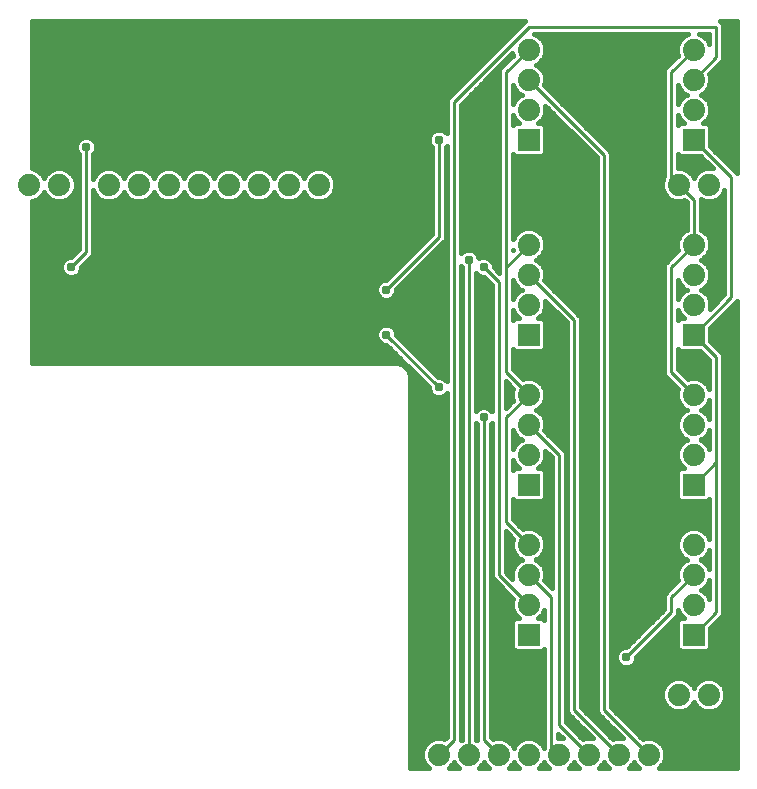
<source format=gbl>
G75*
%MOIN*%
%OFA0B0*%
%FSLAX25Y25*%
%IPPOS*%
%LPD*%
%AMOC8*
5,1,8,0,0,1.08239X$1,22.5*
%
%ADD10R,0.07400X0.07400*%
%ADD11C,0.07400*%
%ADD12C,0.01000*%
%ADD13C,0.03100*%
%ADD14C,0.01600*%
D10*
X0172900Y0051800D03*
X0172900Y0101800D03*
X0172900Y0151800D03*
X0227900Y0151800D03*
X0227900Y0101800D03*
X0227900Y0051800D03*
X0227900Y0216800D03*
X0172900Y0216800D03*
D11*
X0172900Y0226800D03*
X0172900Y0236800D03*
X0172900Y0246800D03*
X0222900Y0201800D03*
X0232900Y0201800D03*
X0227900Y0181800D03*
X0227900Y0171800D03*
X0227900Y0161800D03*
X0227900Y0131800D03*
X0227900Y0121800D03*
X0227900Y0111800D03*
X0227900Y0081800D03*
X0227900Y0071800D03*
X0227900Y0061800D03*
X0222900Y0031800D03*
X0232900Y0031800D03*
X0212900Y0011800D03*
X0202900Y0011800D03*
X0192900Y0011800D03*
X0182900Y0011800D03*
X0172900Y0011800D03*
X0162900Y0011800D03*
X0152900Y0011800D03*
X0142900Y0011800D03*
X0172900Y0061800D03*
X0172900Y0071800D03*
X0172900Y0081800D03*
X0172900Y0111800D03*
X0172900Y0121800D03*
X0172900Y0131800D03*
X0172900Y0161800D03*
X0172900Y0171800D03*
X0172900Y0181800D03*
X0227900Y0226800D03*
X0227900Y0236800D03*
X0227900Y0246800D03*
X0102900Y0201800D03*
X0092900Y0201800D03*
X0082900Y0201800D03*
X0072900Y0201800D03*
X0062900Y0201800D03*
X0052900Y0201800D03*
X0042900Y0201800D03*
X0032900Y0201800D03*
X0016400Y0201800D03*
X0006400Y0201800D03*
D12*
X0025400Y0214300D02*
X0025400Y0179300D01*
X0020400Y0174300D01*
X0125400Y0166800D02*
X0142900Y0184300D01*
X0142900Y0216800D01*
X0147900Y0229300D02*
X0172900Y0254300D01*
X0235400Y0254300D01*
X0235400Y0244300D01*
X0227900Y0236800D01*
X0220400Y0239300D02*
X0227900Y0246800D01*
X0220400Y0239300D02*
X0220400Y0204300D01*
X0222900Y0201800D01*
X0227900Y0196800D01*
X0227900Y0181800D01*
X0220400Y0174300D01*
X0220400Y0139300D01*
X0227900Y0131800D01*
X0235400Y0144300D02*
X0227900Y0151800D01*
X0240400Y0164300D01*
X0240400Y0204300D01*
X0227900Y0216800D01*
X0197900Y0211800D02*
X0172900Y0236800D01*
X0165400Y0239300D02*
X0165400Y0174300D01*
X0172900Y0181800D01*
X0172900Y0171800D02*
X0187900Y0156800D01*
X0187900Y0026800D01*
X0202900Y0011800D01*
X0192900Y0011800D02*
X0182900Y0021800D01*
X0182900Y0111800D01*
X0172900Y0121800D01*
X0165400Y0124300D02*
X0165400Y0089300D01*
X0172900Y0081800D01*
X0172900Y0071800D02*
X0180400Y0064300D01*
X0180400Y0014300D01*
X0182900Y0011800D01*
X0197900Y0026800D02*
X0197900Y0211800D01*
X0165400Y0239300D02*
X0172900Y0246800D01*
X0147900Y0229300D02*
X0147900Y0016800D01*
X0142900Y0011800D01*
X0152900Y0011800D02*
X0152900Y0176800D01*
X0157900Y0174300D02*
X0162900Y0169300D01*
X0162900Y0071800D01*
X0172900Y0061800D01*
X0205400Y0044300D02*
X0220400Y0059300D01*
X0220400Y0064300D01*
X0227900Y0071800D01*
X0235400Y0059300D02*
X0235400Y0109300D01*
X0235400Y0144300D01*
X0235400Y0109300D02*
X0227900Y0101800D01*
X0235400Y0059300D02*
X0227900Y0051800D01*
X0197900Y0026800D02*
X0212900Y0011800D01*
X0162900Y0011800D02*
X0157900Y0016800D01*
X0157900Y0124300D01*
X0165400Y0124300D02*
X0172900Y0131800D01*
X0165400Y0139300D01*
X0165400Y0174300D01*
X0142900Y0134300D02*
X0125400Y0151800D01*
D13*
X0125400Y0151800D03*
X0125400Y0166800D03*
X0152900Y0176800D03*
X0157900Y0174300D03*
X0142900Y0134300D03*
X0157900Y0124300D03*
X0205400Y0044300D03*
X0142900Y0216800D03*
X0025400Y0214300D03*
X0020400Y0174300D03*
D14*
X0133500Y0137914D02*
X0133500Y0007400D01*
X0139522Y0007400D01*
X0138237Y0008684D01*
X0137400Y0010706D01*
X0137400Y0012894D01*
X0138237Y0014915D01*
X0139784Y0016463D01*
X0141806Y0017300D01*
X0143994Y0017300D01*
X0144810Y0016962D01*
X0145600Y0017753D01*
X0145600Y0132262D01*
X0144798Y0131460D01*
X0143566Y0130950D01*
X0142234Y0130950D01*
X0141002Y0131460D01*
X0140060Y0132402D01*
X0139550Y0133634D01*
X0139550Y0134397D01*
X0125497Y0148450D01*
X0124734Y0148450D01*
X0123502Y0148960D01*
X0122560Y0149902D01*
X0122050Y0151134D01*
X0122050Y0152466D01*
X0122560Y0153698D01*
X0123502Y0154640D01*
X0124734Y0155150D01*
X0126066Y0155150D01*
X0127298Y0154640D01*
X0128240Y0153698D01*
X0128750Y0152466D01*
X0128750Y0151703D01*
X0142803Y0137650D01*
X0143566Y0137650D01*
X0144798Y0137140D01*
X0145600Y0136338D01*
X0145600Y0214762D01*
X0145200Y0214362D01*
X0145200Y0183347D01*
X0143853Y0182000D01*
X0128750Y0166897D01*
X0128750Y0166134D01*
X0128240Y0164902D01*
X0127298Y0163960D01*
X0126066Y0163450D01*
X0124734Y0163450D01*
X0123502Y0163960D01*
X0122560Y0164902D01*
X0122050Y0166134D01*
X0122050Y0167466D01*
X0122560Y0168698D01*
X0123502Y0169640D01*
X0124734Y0170150D01*
X0125497Y0170150D01*
X0140600Y0185253D01*
X0140600Y0214362D01*
X0140060Y0214902D01*
X0139550Y0216134D01*
X0139550Y0217466D01*
X0140060Y0218698D01*
X0141002Y0219640D01*
X0142234Y0220150D01*
X0143566Y0220150D01*
X0144798Y0219640D01*
X0145600Y0218838D01*
X0145600Y0228347D01*
X0145600Y0230253D01*
X0170600Y0255253D01*
X0171547Y0256200D01*
X0007500Y0256200D01*
X0007500Y0207298D01*
X0009515Y0206463D01*
X0011063Y0204915D01*
X0011400Y0204101D01*
X0011737Y0204915D01*
X0013284Y0206463D01*
X0015306Y0207300D01*
X0017494Y0207300D01*
X0019515Y0206463D01*
X0021063Y0204915D01*
X0021900Y0202894D01*
X0021900Y0200706D01*
X0021063Y0198684D01*
X0019515Y0197137D01*
X0017494Y0196300D01*
X0015306Y0196300D01*
X0013284Y0197137D01*
X0011737Y0198684D01*
X0011400Y0199499D01*
X0011063Y0198684D01*
X0009515Y0197137D01*
X0007500Y0196302D01*
X0007500Y0142400D01*
X0129014Y0142400D01*
X0131072Y0141547D01*
X0132647Y0139972D01*
X0133500Y0137914D01*
X0133500Y0137673D02*
X0136274Y0137673D01*
X0137872Y0136075D02*
X0133500Y0136075D01*
X0133500Y0134476D02*
X0139471Y0134476D01*
X0139863Y0132878D02*
X0133500Y0132878D01*
X0133500Y0131279D02*
X0141438Y0131279D01*
X0144362Y0131279D02*
X0145600Y0131279D01*
X0145600Y0129681D02*
X0133500Y0129681D01*
X0133500Y0128082D02*
X0145600Y0128082D01*
X0145600Y0126484D02*
X0133500Y0126484D01*
X0133500Y0124885D02*
X0145600Y0124885D01*
X0145600Y0123287D02*
X0133500Y0123287D01*
X0133500Y0121688D02*
X0145600Y0121688D01*
X0145600Y0120090D02*
X0133500Y0120090D01*
X0133500Y0118491D02*
X0145600Y0118491D01*
X0145600Y0116893D02*
X0133500Y0116893D01*
X0133500Y0115294D02*
X0145600Y0115294D01*
X0145600Y0113696D02*
X0133500Y0113696D01*
X0133500Y0112097D02*
X0145600Y0112097D01*
X0145600Y0110499D02*
X0133500Y0110499D01*
X0133500Y0108900D02*
X0145600Y0108900D01*
X0145600Y0107302D02*
X0133500Y0107302D01*
X0133500Y0105703D02*
X0145600Y0105703D01*
X0145600Y0104105D02*
X0133500Y0104105D01*
X0133500Y0102506D02*
X0145600Y0102506D01*
X0145600Y0100908D02*
X0133500Y0100908D01*
X0133500Y0099309D02*
X0145600Y0099309D01*
X0145600Y0097711D02*
X0133500Y0097711D01*
X0133500Y0096112D02*
X0145600Y0096112D01*
X0145600Y0094514D02*
X0133500Y0094514D01*
X0133500Y0092915D02*
X0145600Y0092915D01*
X0145600Y0091317D02*
X0133500Y0091317D01*
X0133500Y0089718D02*
X0145600Y0089718D01*
X0145600Y0088120D02*
X0133500Y0088120D01*
X0133500Y0086521D02*
X0145600Y0086521D01*
X0145600Y0084923D02*
X0133500Y0084923D01*
X0133500Y0083324D02*
X0145600Y0083324D01*
X0145600Y0081726D02*
X0133500Y0081726D01*
X0133500Y0080127D02*
X0145600Y0080127D01*
X0145600Y0078529D02*
X0133500Y0078529D01*
X0133500Y0076930D02*
X0145600Y0076930D01*
X0145600Y0075332D02*
X0133500Y0075332D01*
X0133500Y0073733D02*
X0145600Y0073733D01*
X0145600Y0072134D02*
X0133500Y0072134D01*
X0133500Y0070536D02*
X0145600Y0070536D01*
X0145600Y0068937D02*
X0133500Y0068937D01*
X0133500Y0067339D02*
X0145600Y0067339D01*
X0145600Y0065740D02*
X0133500Y0065740D01*
X0133500Y0064142D02*
X0145600Y0064142D01*
X0145600Y0062543D02*
X0133500Y0062543D01*
X0133500Y0060945D02*
X0145600Y0060945D01*
X0145600Y0059346D02*
X0133500Y0059346D01*
X0133500Y0057748D02*
X0145600Y0057748D01*
X0145600Y0056149D02*
X0133500Y0056149D01*
X0133500Y0054551D02*
X0145600Y0054551D01*
X0145600Y0052952D02*
X0133500Y0052952D01*
X0133500Y0051354D02*
X0145600Y0051354D01*
X0145600Y0049755D02*
X0133500Y0049755D01*
X0133500Y0048157D02*
X0145600Y0048157D01*
X0145600Y0046558D02*
X0133500Y0046558D01*
X0133500Y0044960D02*
X0145600Y0044960D01*
X0145600Y0043361D02*
X0133500Y0043361D01*
X0133500Y0041763D02*
X0145600Y0041763D01*
X0145600Y0040164D02*
X0133500Y0040164D01*
X0133500Y0038566D02*
X0145600Y0038566D01*
X0145600Y0036967D02*
X0133500Y0036967D01*
X0133500Y0035369D02*
X0145600Y0035369D01*
X0145600Y0033770D02*
X0133500Y0033770D01*
X0133500Y0032172D02*
X0145600Y0032172D01*
X0145600Y0030573D02*
X0133500Y0030573D01*
X0133500Y0028975D02*
X0145600Y0028975D01*
X0145600Y0027376D02*
X0133500Y0027376D01*
X0133500Y0025778D02*
X0145600Y0025778D01*
X0145600Y0024179D02*
X0133500Y0024179D01*
X0133500Y0022581D02*
X0145600Y0022581D01*
X0145600Y0020982D02*
X0133500Y0020982D01*
X0133500Y0019384D02*
X0145600Y0019384D01*
X0145600Y0017785D02*
X0133500Y0017785D01*
X0133500Y0016187D02*
X0139508Y0016187D01*
X0138102Y0014588D02*
X0133500Y0014588D01*
X0133500Y0012990D02*
X0137440Y0012990D01*
X0137400Y0011391D02*
X0133500Y0011391D01*
X0133500Y0009793D02*
X0137778Y0009793D01*
X0138728Y0008194D02*
X0133500Y0008194D01*
X0146278Y0007400D02*
X0147563Y0008684D01*
X0147900Y0009499D01*
X0148237Y0008684D01*
X0149522Y0007400D01*
X0146278Y0007400D01*
X0147072Y0008194D02*
X0148728Y0008194D01*
X0156278Y0007400D02*
X0157563Y0008684D01*
X0157900Y0009499D01*
X0158237Y0008684D01*
X0159522Y0007400D01*
X0156278Y0007400D01*
X0157072Y0008194D02*
X0158728Y0008194D01*
X0166278Y0007400D02*
X0167563Y0008684D01*
X0167900Y0009499D01*
X0168237Y0008684D01*
X0169522Y0007400D01*
X0166278Y0007400D01*
X0167072Y0008194D02*
X0168728Y0008194D01*
X0167900Y0014101D02*
X0167563Y0014915D01*
X0166015Y0016463D01*
X0163994Y0017300D01*
X0161806Y0017300D01*
X0160990Y0016962D01*
X0160200Y0017753D01*
X0160200Y0121862D01*
X0160600Y0122262D01*
X0160600Y0070847D01*
X0167738Y0063710D01*
X0167400Y0062894D01*
X0167400Y0060706D01*
X0168237Y0058684D01*
X0169622Y0057300D01*
X0168454Y0057300D01*
X0167400Y0056246D01*
X0167400Y0047354D01*
X0168454Y0046300D01*
X0177346Y0046300D01*
X0178100Y0047054D01*
X0178100Y0014584D01*
X0177900Y0014101D01*
X0177563Y0014915D01*
X0176015Y0016463D01*
X0173994Y0017300D01*
X0171806Y0017300D01*
X0169784Y0016463D01*
X0168237Y0014915D01*
X0167900Y0014101D01*
X0167698Y0014588D02*
X0168102Y0014588D01*
X0169508Y0016187D02*
X0166292Y0016187D01*
X0160200Y0017785D02*
X0178100Y0017785D01*
X0178100Y0016187D02*
X0176292Y0016187D01*
X0177698Y0014588D02*
X0178100Y0014588D01*
X0178100Y0019384D02*
X0160200Y0019384D01*
X0160200Y0020982D02*
X0178100Y0020982D01*
X0178100Y0022581D02*
X0160200Y0022581D01*
X0160200Y0024179D02*
X0178100Y0024179D01*
X0178100Y0025778D02*
X0160200Y0025778D01*
X0160200Y0027376D02*
X0178100Y0027376D01*
X0178100Y0028975D02*
X0160200Y0028975D01*
X0160200Y0030573D02*
X0178100Y0030573D01*
X0178100Y0032172D02*
X0160200Y0032172D01*
X0160200Y0033770D02*
X0178100Y0033770D01*
X0178100Y0035369D02*
X0160200Y0035369D01*
X0160200Y0036967D02*
X0178100Y0036967D01*
X0178100Y0038566D02*
X0160200Y0038566D01*
X0160200Y0040164D02*
X0178100Y0040164D01*
X0178100Y0041763D02*
X0160200Y0041763D01*
X0160200Y0043361D02*
X0178100Y0043361D01*
X0178100Y0044960D02*
X0160200Y0044960D01*
X0160200Y0046558D02*
X0168196Y0046558D01*
X0167400Y0048157D02*
X0160200Y0048157D01*
X0160200Y0049755D02*
X0167400Y0049755D01*
X0167400Y0051354D02*
X0160200Y0051354D01*
X0160200Y0052952D02*
X0167400Y0052952D01*
X0167400Y0054551D02*
X0160200Y0054551D01*
X0160200Y0056149D02*
X0167400Y0056149D01*
X0169174Y0057748D02*
X0160200Y0057748D01*
X0160200Y0059346D02*
X0167963Y0059346D01*
X0167400Y0060945D02*
X0160200Y0060945D01*
X0160200Y0062543D02*
X0167400Y0062543D01*
X0167305Y0064142D02*
X0160200Y0064142D01*
X0160200Y0065740D02*
X0165707Y0065740D01*
X0164108Y0067339D02*
X0160200Y0067339D01*
X0160200Y0068937D02*
X0162510Y0068937D01*
X0160911Y0070536D02*
X0160200Y0070536D01*
X0160200Y0072134D02*
X0160600Y0072134D01*
X0160600Y0073733D02*
X0160200Y0073733D01*
X0160200Y0075332D02*
X0160600Y0075332D01*
X0160600Y0076930D02*
X0160200Y0076930D01*
X0160200Y0078529D02*
X0160600Y0078529D01*
X0160600Y0080127D02*
X0160200Y0080127D01*
X0160200Y0081726D02*
X0160600Y0081726D01*
X0160600Y0083324D02*
X0160200Y0083324D01*
X0160200Y0084923D02*
X0160600Y0084923D01*
X0160600Y0086521D02*
X0160200Y0086521D01*
X0160200Y0088120D02*
X0160600Y0088120D01*
X0160600Y0089718D02*
X0160200Y0089718D01*
X0160200Y0091317D02*
X0160600Y0091317D01*
X0160600Y0092915D02*
X0160200Y0092915D01*
X0160200Y0094514D02*
X0160600Y0094514D01*
X0160600Y0096112D02*
X0160200Y0096112D01*
X0160200Y0097711D02*
X0160600Y0097711D01*
X0160600Y0099309D02*
X0160200Y0099309D01*
X0160200Y0100908D02*
X0160600Y0100908D01*
X0160600Y0102506D02*
X0160200Y0102506D01*
X0160200Y0104105D02*
X0160600Y0104105D01*
X0160600Y0105703D02*
X0160200Y0105703D01*
X0160200Y0107302D02*
X0160600Y0107302D01*
X0160600Y0108900D02*
X0160200Y0108900D01*
X0160200Y0110499D02*
X0160600Y0110499D01*
X0160600Y0112097D02*
X0160200Y0112097D01*
X0160200Y0113696D02*
X0160600Y0113696D01*
X0160600Y0115294D02*
X0160200Y0115294D01*
X0160200Y0116893D02*
X0160600Y0116893D01*
X0160600Y0118491D02*
X0160200Y0118491D01*
X0160200Y0120090D02*
X0160600Y0120090D01*
X0160600Y0121688D02*
X0160200Y0121688D01*
X0160600Y0126338D02*
X0159798Y0127140D01*
X0158566Y0127650D01*
X0157234Y0127650D01*
X0156002Y0127140D01*
X0155200Y0126338D01*
X0155200Y0172262D01*
X0156002Y0171460D01*
X0157234Y0170950D01*
X0157997Y0170950D01*
X0160600Y0168347D01*
X0160600Y0126338D01*
X0160600Y0126484D02*
X0160454Y0126484D01*
X0160600Y0128082D02*
X0155200Y0128082D01*
X0155200Y0126484D02*
X0155346Y0126484D01*
X0155200Y0122262D02*
X0155600Y0121862D01*
X0155600Y0016635D01*
X0155200Y0016800D01*
X0155200Y0122262D01*
X0155200Y0121688D02*
X0155600Y0121688D01*
X0155600Y0120090D02*
X0155200Y0120090D01*
X0155200Y0118491D02*
X0155600Y0118491D01*
X0155600Y0116893D02*
X0155200Y0116893D01*
X0155200Y0115294D02*
X0155600Y0115294D01*
X0155600Y0113696D02*
X0155200Y0113696D01*
X0155200Y0112097D02*
X0155600Y0112097D01*
X0155600Y0110499D02*
X0155200Y0110499D01*
X0155200Y0108900D02*
X0155600Y0108900D01*
X0155600Y0107302D02*
X0155200Y0107302D01*
X0155200Y0105703D02*
X0155600Y0105703D01*
X0155600Y0104105D02*
X0155200Y0104105D01*
X0155200Y0102506D02*
X0155600Y0102506D01*
X0155600Y0100908D02*
X0155200Y0100908D01*
X0155200Y0099309D02*
X0155600Y0099309D01*
X0155600Y0097711D02*
X0155200Y0097711D01*
X0155200Y0096112D02*
X0155600Y0096112D01*
X0155600Y0094514D02*
X0155200Y0094514D01*
X0155200Y0092915D02*
X0155600Y0092915D01*
X0155600Y0091317D02*
X0155200Y0091317D01*
X0155200Y0089718D02*
X0155600Y0089718D01*
X0155600Y0088120D02*
X0155200Y0088120D01*
X0155200Y0086521D02*
X0155600Y0086521D01*
X0155600Y0084923D02*
X0155200Y0084923D01*
X0155200Y0083324D02*
X0155600Y0083324D01*
X0155600Y0081726D02*
X0155200Y0081726D01*
X0155200Y0080127D02*
X0155600Y0080127D01*
X0155600Y0078529D02*
X0155200Y0078529D01*
X0155200Y0076930D02*
X0155600Y0076930D01*
X0155600Y0075332D02*
X0155200Y0075332D01*
X0155200Y0073733D02*
X0155600Y0073733D01*
X0155600Y0072134D02*
X0155200Y0072134D01*
X0155200Y0070536D02*
X0155600Y0070536D01*
X0155600Y0068937D02*
X0155200Y0068937D01*
X0155200Y0067339D02*
X0155600Y0067339D01*
X0155600Y0065740D02*
X0155200Y0065740D01*
X0155200Y0064142D02*
X0155600Y0064142D01*
X0155600Y0062543D02*
X0155200Y0062543D01*
X0155200Y0060945D02*
X0155600Y0060945D01*
X0155600Y0059346D02*
X0155200Y0059346D01*
X0155200Y0057748D02*
X0155600Y0057748D01*
X0155600Y0056149D02*
X0155200Y0056149D01*
X0155200Y0054551D02*
X0155600Y0054551D01*
X0155600Y0052952D02*
X0155200Y0052952D01*
X0155200Y0051354D02*
X0155600Y0051354D01*
X0155600Y0049755D02*
X0155200Y0049755D01*
X0155200Y0048157D02*
X0155600Y0048157D01*
X0155600Y0046558D02*
X0155200Y0046558D01*
X0155200Y0044960D02*
X0155600Y0044960D01*
X0155600Y0043361D02*
X0155200Y0043361D01*
X0155200Y0041763D02*
X0155600Y0041763D01*
X0155600Y0040164D02*
X0155200Y0040164D01*
X0155200Y0038566D02*
X0155600Y0038566D01*
X0155600Y0036967D02*
X0155200Y0036967D01*
X0155200Y0035369D02*
X0155600Y0035369D01*
X0155600Y0033770D02*
X0155200Y0033770D01*
X0155200Y0032172D02*
X0155600Y0032172D01*
X0155600Y0030573D02*
X0155200Y0030573D01*
X0155200Y0028975D02*
X0155600Y0028975D01*
X0155600Y0027376D02*
X0155200Y0027376D01*
X0155200Y0025778D02*
X0155600Y0025778D01*
X0155600Y0024179D02*
X0155200Y0024179D01*
X0155200Y0022581D02*
X0155600Y0022581D01*
X0155600Y0020982D02*
X0155200Y0020982D01*
X0155200Y0019384D02*
X0155600Y0019384D01*
X0155600Y0017785D02*
X0155200Y0017785D01*
X0150600Y0017785D02*
X0150200Y0017785D01*
X0150600Y0016800D02*
X0150200Y0016635D01*
X0150200Y0174762D01*
X0150600Y0174362D01*
X0150600Y0016800D01*
X0150600Y0019384D02*
X0150200Y0019384D01*
X0150200Y0020982D02*
X0150600Y0020982D01*
X0150600Y0022581D02*
X0150200Y0022581D01*
X0150200Y0024179D02*
X0150600Y0024179D01*
X0150600Y0025778D02*
X0150200Y0025778D01*
X0150200Y0027376D02*
X0150600Y0027376D01*
X0150600Y0028975D02*
X0150200Y0028975D01*
X0150200Y0030573D02*
X0150600Y0030573D01*
X0150600Y0032172D02*
X0150200Y0032172D01*
X0150200Y0033770D02*
X0150600Y0033770D01*
X0150600Y0035369D02*
X0150200Y0035369D01*
X0150200Y0036967D02*
X0150600Y0036967D01*
X0150600Y0038566D02*
X0150200Y0038566D01*
X0150200Y0040164D02*
X0150600Y0040164D01*
X0150600Y0041763D02*
X0150200Y0041763D01*
X0150200Y0043361D02*
X0150600Y0043361D01*
X0150600Y0044960D02*
X0150200Y0044960D01*
X0150200Y0046558D02*
X0150600Y0046558D01*
X0150600Y0048157D02*
X0150200Y0048157D01*
X0150200Y0049755D02*
X0150600Y0049755D01*
X0150600Y0051354D02*
X0150200Y0051354D01*
X0150200Y0052952D02*
X0150600Y0052952D01*
X0150600Y0054551D02*
X0150200Y0054551D01*
X0150200Y0056149D02*
X0150600Y0056149D01*
X0150600Y0057748D02*
X0150200Y0057748D01*
X0150200Y0059346D02*
X0150600Y0059346D01*
X0150600Y0060945D02*
X0150200Y0060945D01*
X0150200Y0062543D02*
X0150600Y0062543D01*
X0150600Y0064142D02*
X0150200Y0064142D01*
X0150200Y0065740D02*
X0150600Y0065740D01*
X0150600Y0067339D02*
X0150200Y0067339D01*
X0150200Y0068937D02*
X0150600Y0068937D01*
X0150600Y0070536D02*
X0150200Y0070536D01*
X0150200Y0072134D02*
X0150600Y0072134D01*
X0150600Y0073733D02*
X0150200Y0073733D01*
X0150200Y0075332D02*
X0150600Y0075332D01*
X0150600Y0076930D02*
X0150200Y0076930D01*
X0150200Y0078529D02*
X0150600Y0078529D01*
X0150600Y0080127D02*
X0150200Y0080127D01*
X0150200Y0081726D02*
X0150600Y0081726D01*
X0150600Y0083324D02*
X0150200Y0083324D01*
X0150200Y0084923D02*
X0150600Y0084923D01*
X0150600Y0086521D02*
X0150200Y0086521D01*
X0150200Y0088120D02*
X0150600Y0088120D01*
X0150600Y0089718D02*
X0150200Y0089718D01*
X0150200Y0091317D02*
X0150600Y0091317D01*
X0150600Y0092915D02*
X0150200Y0092915D01*
X0150200Y0094514D02*
X0150600Y0094514D01*
X0150600Y0096112D02*
X0150200Y0096112D01*
X0150200Y0097711D02*
X0150600Y0097711D01*
X0150600Y0099309D02*
X0150200Y0099309D01*
X0150200Y0100908D02*
X0150600Y0100908D01*
X0150600Y0102506D02*
X0150200Y0102506D01*
X0150200Y0104105D02*
X0150600Y0104105D01*
X0150600Y0105703D02*
X0150200Y0105703D01*
X0150200Y0107302D02*
X0150600Y0107302D01*
X0150600Y0108900D02*
X0150200Y0108900D01*
X0150200Y0110499D02*
X0150600Y0110499D01*
X0150600Y0112097D02*
X0150200Y0112097D01*
X0150200Y0113696D02*
X0150600Y0113696D01*
X0150600Y0115294D02*
X0150200Y0115294D01*
X0150200Y0116893D02*
X0150600Y0116893D01*
X0150600Y0118491D02*
X0150200Y0118491D01*
X0150200Y0120090D02*
X0150600Y0120090D01*
X0150600Y0121688D02*
X0150200Y0121688D01*
X0150200Y0123287D02*
X0150600Y0123287D01*
X0150600Y0124885D02*
X0150200Y0124885D01*
X0150200Y0126484D02*
X0150600Y0126484D01*
X0150600Y0128082D02*
X0150200Y0128082D01*
X0150200Y0129681D02*
X0150600Y0129681D01*
X0150600Y0131279D02*
X0150200Y0131279D01*
X0150200Y0132878D02*
X0150600Y0132878D01*
X0150600Y0134476D02*
X0150200Y0134476D01*
X0150200Y0136075D02*
X0150600Y0136075D01*
X0150600Y0137673D02*
X0150200Y0137673D01*
X0150200Y0139272D02*
X0150600Y0139272D01*
X0150600Y0140870D02*
X0150200Y0140870D01*
X0150200Y0142469D02*
X0150600Y0142469D01*
X0150600Y0144068D02*
X0150200Y0144068D01*
X0150200Y0145666D02*
X0150600Y0145666D01*
X0150600Y0147265D02*
X0150200Y0147265D01*
X0150200Y0148863D02*
X0150600Y0148863D01*
X0150600Y0150462D02*
X0150200Y0150462D01*
X0150200Y0152060D02*
X0150600Y0152060D01*
X0150600Y0153659D02*
X0150200Y0153659D01*
X0150200Y0155257D02*
X0150600Y0155257D01*
X0150600Y0156856D02*
X0150200Y0156856D01*
X0150200Y0158454D02*
X0150600Y0158454D01*
X0150600Y0160053D02*
X0150200Y0160053D01*
X0150200Y0161651D02*
X0150600Y0161651D01*
X0150600Y0163250D02*
X0150200Y0163250D01*
X0150200Y0164848D02*
X0150600Y0164848D01*
X0150600Y0166447D02*
X0150200Y0166447D01*
X0150200Y0168045D02*
X0150600Y0168045D01*
X0150600Y0169644D02*
X0150200Y0169644D01*
X0150200Y0171242D02*
X0150600Y0171242D01*
X0150600Y0172841D02*
X0150200Y0172841D01*
X0150200Y0174439D02*
X0150523Y0174439D01*
X0150200Y0178838D02*
X0150200Y0228347D01*
X0167446Y0245594D01*
X0167738Y0244890D01*
X0164447Y0241600D01*
X0163100Y0240253D01*
X0163100Y0172353D01*
X0161250Y0174203D01*
X0161250Y0174966D01*
X0160740Y0176198D01*
X0159798Y0177140D01*
X0158566Y0177650D01*
X0157234Y0177650D01*
X0156250Y0177243D01*
X0156250Y0177466D01*
X0155740Y0178698D01*
X0154798Y0179640D01*
X0153566Y0180150D01*
X0152234Y0180150D01*
X0151002Y0179640D01*
X0150200Y0178838D01*
X0150200Y0179235D02*
X0150597Y0179235D01*
X0150200Y0180833D02*
X0163100Y0180833D01*
X0163100Y0179235D02*
X0155203Y0179235D01*
X0156180Y0177636D02*
X0157200Y0177636D01*
X0158600Y0177636D02*
X0163100Y0177636D01*
X0163100Y0176038D02*
X0160806Y0176038D01*
X0161250Y0174439D02*
X0163100Y0174439D01*
X0163100Y0172841D02*
X0162612Y0172841D01*
X0159304Y0169644D02*
X0155200Y0169644D01*
X0155200Y0171242D02*
X0156528Y0171242D01*
X0155200Y0168045D02*
X0160600Y0168045D01*
X0160600Y0166447D02*
X0155200Y0166447D01*
X0155200Y0164848D02*
X0160600Y0164848D01*
X0160600Y0163250D02*
X0155200Y0163250D01*
X0155200Y0161651D02*
X0160600Y0161651D01*
X0160600Y0160053D02*
X0155200Y0160053D01*
X0155200Y0158454D02*
X0160600Y0158454D01*
X0160600Y0156856D02*
X0155200Y0156856D01*
X0155200Y0155257D02*
X0160600Y0155257D01*
X0160600Y0153659D02*
X0155200Y0153659D01*
X0155200Y0152060D02*
X0160600Y0152060D01*
X0160600Y0150462D02*
X0155200Y0150462D01*
X0155200Y0148863D02*
X0160600Y0148863D01*
X0160600Y0147265D02*
X0155200Y0147265D01*
X0155200Y0145666D02*
X0160600Y0145666D01*
X0160600Y0144068D02*
X0155200Y0144068D01*
X0155200Y0142469D02*
X0160600Y0142469D01*
X0160600Y0140870D02*
X0155200Y0140870D01*
X0155200Y0139272D02*
X0160600Y0139272D01*
X0160600Y0137673D02*
X0155200Y0137673D01*
X0155200Y0136075D02*
X0160600Y0136075D01*
X0160600Y0134476D02*
X0155200Y0134476D01*
X0155200Y0132878D02*
X0160600Y0132878D01*
X0160600Y0131279D02*
X0155200Y0131279D01*
X0155200Y0129681D02*
X0160600Y0129681D01*
X0165200Y0129681D02*
X0167528Y0129681D01*
X0167738Y0129890D02*
X0165200Y0127353D01*
X0165200Y0136247D01*
X0167738Y0133710D01*
X0167400Y0132894D01*
X0167400Y0130706D01*
X0167738Y0129890D01*
X0167400Y0131279D02*
X0165200Y0131279D01*
X0165200Y0132878D02*
X0167400Y0132878D01*
X0166971Y0134476D02*
X0165200Y0134476D01*
X0165200Y0136075D02*
X0165372Y0136075D01*
X0168681Y0139272D02*
X0185600Y0139272D01*
X0185600Y0140870D02*
X0167700Y0140870D01*
X0167700Y0140253D02*
X0167700Y0147054D01*
X0168454Y0146300D01*
X0177346Y0146300D01*
X0178400Y0147354D01*
X0178400Y0156246D01*
X0177346Y0157300D01*
X0176178Y0157300D01*
X0177563Y0158684D01*
X0178400Y0160706D01*
X0178400Y0162894D01*
X0178292Y0163156D01*
X0185600Y0155847D01*
X0185600Y0025847D01*
X0186947Y0024500D01*
X0194256Y0017192D01*
X0193994Y0017300D01*
X0191806Y0017300D01*
X0190990Y0016962D01*
X0185200Y0022753D01*
X0185200Y0112753D01*
X0178062Y0119890D01*
X0178400Y0120706D01*
X0178400Y0122894D01*
X0177563Y0124915D01*
X0176015Y0126463D01*
X0175201Y0126800D01*
X0176015Y0127137D01*
X0177563Y0128684D01*
X0178400Y0130706D01*
X0178400Y0132894D01*
X0177563Y0134915D01*
X0176015Y0136463D01*
X0173994Y0137300D01*
X0171806Y0137300D01*
X0170990Y0136962D01*
X0167700Y0140253D01*
X0167700Y0142469D02*
X0185600Y0142469D01*
X0185600Y0144068D02*
X0167700Y0144068D01*
X0167700Y0145666D02*
X0185600Y0145666D01*
X0185600Y0147265D02*
X0178310Y0147265D01*
X0178400Y0148863D02*
X0185600Y0148863D01*
X0185600Y0150462D02*
X0178400Y0150462D01*
X0178400Y0152060D02*
X0185600Y0152060D01*
X0185600Y0153659D02*
X0178400Y0153659D01*
X0178400Y0155257D02*
X0185600Y0155257D01*
X0184592Y0156856D02*
X0177790Y0156856D01*
X0177332Y0158454D02*
X0182993Y0158454D01*
X0181395Y0160053D02*
X0178129Y0160053D01*
X0178400Y0161651D02*
X0179796Y0161651D01*
X0183105Y0164848D02*
X0195600Y0164848D01*
X0195600Y0163250D02*
X0184703Y0163250D01*
X0186302Y0161651D02*
X0195600Y0161651D01*
X0195600Y0160053D02*
X0187900Y0160053D01*
X0189499Y0158454D02*
X0195600Y0158454D01*
X0195600Y0156856D02*
X0190200Y0156856D01*
X0190200Y0157753D02*
X0178062Y0169890D01*
X0178400Y0170706D01*
X0178400Y0172894D01*
X0177563Y0174915D01*
X0176015Y0176463D01*
X0175201Y0176800D01*
X0176015Y0177137D01*
X0177563Y0178684D01*
X0178400Y0180706D01*
X0178400Y0182894D01*
X0177563Y0184915D01*
X0176015Y0186463D01*
X0173994Y0187300D01*
X0171806Y0187300D01*
X0169784Y0186463D01*
X0168237Y0184915D01*
X0167700Y0183618D01*
X0167700Y0212054D01*
X0168454Y0211300D01*
X0177346Y0211300D01*
X0178400Y0212354D01*
X0178400Y0221246D01*
X0177346Y0222300D01*
X0176178Y0222300D01*
X0177563Y0223684D01*
X0178400Y0225706D01*
X0178400Y0227894D01*
X0178292Y0228156D01*
X0195600Y0210847D01*
X0195600Y0025847D01*
X0196947Y0024500D01*
X0204256Y0017192D01*
X0203994Y0017300D01*
X0201806Y0017300D01*
X0200990Y0016962D01*
X0190200Y0027753D01*
X0190200Y0157753D01*
X0190200Y0155257D02*
X0195600Y0155257D01*
X0195600Y0153659D02*
X0190200Y0153659D01*
X0190200Y0152060D02*
X0195600Y0152060D01*
X0195600Y0150462D02*
X0190200Y0150462D01*
X0190200Y0148863D02*
X0195600Y0148863D01*
X0195600Y0147265D02*
X0190200Y0147265D01*
X0190200Y0145666D02*
X0195600Y0145666D01*
X0195600Y0144068D02*
X0190200Y0144068D01*
X0190200Y0142469D02*
X0195600Y0142469D01*
X0195600Y0140870D02*
X0190200Y0140870D01*
X0190200Y0139272D02*
X0195600Y0139272D01*
X0195600Y0137673D02*
X0190200Y0137673D01*
X0190200Y0136075D02*
X0195600Y0136075D01*
X0195600Y0134476D02*
X0190200Y0134476D01*
X0190200Y0132878D02*
X0195600Y0132878D01*
X0195600Y0131279D02*
X0190200Y0131279D01*
X0190200Y0129681D02*
X0195600Y0129681D01*
X0195600Y0128082D02*
X0190200Y0128082D01*
X0190200Y0126484D02*
X0195600Y0126484D01*
X0195600Y0124885D02*
X0190200Y0124885D01*
X0190200Y0123287D02*
X0195600Y0123287D01*
X0195600Y0121688D02*
X0190200Y0121688D01*
X0190200Y0120090D02*
X0195600Y0120090D01*
X0195600Y0118491D02*
X0190200Y0118491D01*
X0190200Y0116893D02*
X0195600Y0116893D01*
X0195600Y0115294D02*
X0190200Y0115294D01*
X0190200Y0113696D02*
X0195600Y0113696D01*
X0195600Y0112097D02*
X0190200Y0112097D01*
X0190200Y0110499D02*
X0195600Y0110499D01*
X0195600Y0108900D02*
X0190200Y0108900D01*
X0190200Y0107302D02*
X0195600Y0107302D01*
X0195600Y0105703D02*
X0190200Y0105703D01*
X0190200Y0104105D02*
X0195600Y0104105D01*
X0195600Y0102506D02*
X0190200Y0102506D01*
X0190200Y0100908D02*
X0195600Y0100908D01*
X0195600Y0099309D02*
X0190200Y0099309D01*
X0190200Y0097711D02*
X0195600Y0097711D01*
X0195600Y0096112D02*
X0190200Y0096112D01*
X0190200Y0094514D02*
X0195600Y0094514D01*
X0195600Y0092915D02*
X0190200Y0092915D01*
X0190200Y0091317D02*
X0195600Y0091317D01*
X0195600Y0089718D02*
X0190200Y0089718D01*
X0190200Y0088120D02*
X0195600Y0088120D01*
X0195600Y0086521D02*
X0190200Y0086521D01*
X0190200Y0084923D02*
X0195600Y0084923D01*
X0195600Y0083324D02*
X0190200Y0083324D01*
X0190200Y0081726D02*
X0195600Y0081726D01*
X0195600Y0080127D02*
X0190200Y0080127D01*
X0190200Y0078529D02*
X0195600Y0078529D01*
X0195600Y0076930D02*
X0190200Y0076930D01*
X0190200Y0075332D02*
X0195600Y0075332D01*
X0195600Y0073733D02*
X0190200Y0073733D01*
X0190200Y0072134D02*
X0195600Y0072134D01*
X0195600Y0070536D02*
X0190200Y0070536D01*
X0190200Y0068937D02*
X0195600Y0068937D01*
X0195600Y0067339D02*
X0190200Y0067339D01*
X0190200Y0065740D02*
X0195600Y0065740D01*
X0195600Y0064142D02*
X0190200Y0064142D01*
X0190200Y0062543D02*
X0195600Y0062543D01*
X0195600Y0060945D02*
X0190200Y0060945D01*
X0190200Y0059346D02*
X0195600Y0059346D01*
X0195600Y0057748D02*
X0190200Y0057748D01*
X0190200Y0056149D02*
X0195600Y0056149D01*
X0195600Y0054551D02*
X0190200Y0054551D01*
X0190200Y0052952D02*
X0195600Y0052952D01*
X0195600Y0051354D02*
X0190200Y0051354D01*
X0190200Y0049755D02*
X0195600Y0049755D01*
X0195600Y0048157D02*
X0190200Y0048157D01*
X0190200Y0046558D02*
X0195600Y0046558D01*
X0195600Y0044960D02*
X0190200Y0044960D01*
X0190200Y0043361D02*
X0195600Y0043361D01*
X0195600Y0041763D02*
X0190200Y0041763D01*
X0190200Y0040164D02*
X0195600Y0040164D01*
X0195600Y0038566D02*
X0190200Y0038566D01*
X0190200Y0036967D02*
X0195600Y0036967D01*
X0195600Y0035369D02*
X0190200Y0035369D01*
X0190200Y0033770D02*
X0195600Y0033770D01*
X0195600Y0032172D02*
X0190200Y0032172D01*
X0190200Y0030573D02*
X0195600Y0030573D01*
X0195600Y0028975D02*
X0190200Y0028975D01*
X0190576Y0027376D02*
X0195600Y0027376D01*
X0195670Y0025778D02*
X0192175Y0025778D01*
X0193774Y0024179D02*
X0197268Y0024179D01*
X0198867Y0022581D02*
X0195372Y0022581D01*
X0196971Y0020982D02*
X0200465Y0020982D01*
X0202064Y0019384D02*
X0198569Y0019384D01*
X0200168Y0017785D02*
X0203662Y0017785D01*
X0206971Y0020982D02*
X0242300Y0020982D01*
X0242300Y0019384D02*
X0208569Y0019384D01*
X0210168Y0017785D02*
X0242300Y0017785D01*
X0242300Y0016187D02*
X0216292Y0016187D01*
X0216015Y0016463D02*
X0213994Y0017300D01*
X0211806Y0017300D01*
X0210990Y0016962D01*
X0200200Y0027753D01*
X0200200Y0212753D01*
X0178062Y0234890D01*
X0178400Y0235706D01*
X0178400Y0237894D01*
X0177563Y0239915D01*
X0176015Y0241463D01*
X0175201Y0241800D01*
X0176015Y0242137D01*
X0177563Y0243684D01*
X0178400Y0245706D01*
X0178400Y0247894D01*
X0177563Y0249915D01*
X0176015Y0251463D01*
X0174718Y0252000D01*
X0226082Y0252000D01*
X0224784Y0251463D01*
X0223237Y0249915D01*
X0222400Y0247894D01*
X0222400Y0245706D01*
X0222738Y0244890D01*
X0218100Y0240253D01*
X0218100Y0204584D01*
X0217400Y0202894D01*
X0217400Y0200706D01*
X0218237Y0198684D01*
X0219784Y0197137D01*
X0221806Y0196300D01*
X0223994Y0196300D01*
X0224810Y0196638D01*
X0225600Y0195847D01*
X0225600Y0186800D01*
X0224784Y0186463D01*
X0223237Y0184915D01*
X0222400Y0182894D01*
X0222400Y0180706D01*
X0222738Y0179890D01*
X0218100Y0175253D01*
X0218100Y0138347D01*
X0219447Y0137000D01*
X0222738Y0133710D01*
X0222400Y0132894D01*
X0222400Y0130706D01*
X0223237Y0128684D01*
X0224784Y0127137D01*
X0225599Y0126800D01*
X0224784Y0126463D01*
X0223237Y0124915D01*
X0222400Y0122894D01*
X0222400Y0120706D01*
X0223237Y0118684D01*
X0224784Y0117137D01*
X0225599Y0116800D01*
X0224784Y0116463D01*
X0223237Y0114915D01*
X0222400Y0112894D01*
X0222400Y0110706D01*
X0223237Y0108684D01*
X0224622Y0107300D01*
X0223454Y0107300D01*
X0222400Y0106246D01*
X0222400Y0097354D01*
X0223454Y0096300D01*
X0232346Y0096300D01*
X0233100Y0097054D01*
X0233100Y0083618D01*
X0232563Y0084915D01*
X0231015Y0086463D01*
X0228994Y0087300D01*
X0226806Y0087300D01*
X0224784Y0086463D01*
X0223237Y0084915D01*
X0222400Y0082894D01*
X0222400Y0080706D01*
X0223237Y0078684D01*
X0224784Y0077137D01*
X0225599Y0076800D01*
X0224784Y0076463D01*
X0223237Y0074915D01*
X0222400Y0072894D01*
X0222400Y0070706D01*
X0222738Y0069890D01*
X0218100Y0065253D01*
X0218100Y0060253D01*
X0205497Y0047650D01*
X0204734Y0047650D01*
X0203502Y0047140D01*
X0202560Y0046198D01*
X0202050Y0044966D01*
X0202050Y0043634D01*
X0202560Y0042402D01*
X0203502Y0041460D01*
X0204734Y0040950D01*
X0206066Y0040950D01*
X0207298Y0041460D01*
X0208240Y0042402D01*
X0208750Y0043634D01*
X0208750Y0044397D01*
X0221353Y0057000D01*
X0222700Y0058347D01*
X0222700Y0059982D01*
X0223237Y0058684D01*
X0224622Y0057300D01*
X0223454Y0057300D01*
X0222400Y0056246D01*
X0222400Y0047354D01*
X0223454Y0046300D01*
X0232346Y0046300D01*
X0233400Y0047354D01*
X0233400Y0054047D01*
X0236353Y0057000D01*
X0237700Y0058347D01*
X0237700Y0145253D01*
X0233400Y0149553D01*
X0233400Y0154047D01*
X0242300Y0162947D01*
X0242300Y0007400D01*
X0216278Y0007400D01*
X0217563Y0008684D01*
X0218400Y0010706D01*
X0218400Y0012894D01*
X0217563Y0014915D01*
X0216015Y0016463D01*
X0217698Y0014588D02*
X0242300Y0014588D01*
X0242300Y0012990D02*
X0218360Y0012990D01*
X0218400Y0011391D02*
X0242300Y0011391D01*
X0242300Y0009793D02*
X0218022Y0009793D01*
X0217072Y0008194D02*
X0242300Y0008194D01*
X0242300Y0022581D02*
X0205372Y0022581D01*
X0203774Y0024179D02*
X0242300Y0024179D01*
X0242300Y0025778D02*
X0202175Y0025778D01*
X0200576Y0027376D02*
X0219546Y0027376D01*
X0219784Y0027137D02*
X0218237Y0028684D01*
X0217400Y0030706D01*
X0217400Y0032894D01*
X0218237Y0034915D01*
X0219784Y0036463D01*
X0221806Y0037300D01*
X0223994Y0037300D01*
X0226015Y0036463D01*
X0227563Y0034915D01*
X0227900Y0034101D01*
X0228237Y0034915D01*
X0229784Y0036463D01*
X0231806Y0037300D01*
X0233994Y0037300D01*
X0236015Y0036463D01*
X0237563Y0034915D01*
X0238400Y0032894D01*
X0238400Y0030706D01*
X0237563Y0028684D01*
X0236015Y0027137D01*
X0233994Y0026300D01*
X0231806Y0026300D01*
X0229784Y0027137D01*
X0228237Y0028684D01*
X0227900Y0029499D01*
X0227563Y0028684D01*
X0226015Y0027137D01*
X0223994Y0026300D01*
X0221806Y0026300D01*
X0219784Y0027137D01*
X0218117Y0028975D02*
X0200200Y0028975D01*
X0200200Y0030573D02*
X0217455Y0030573D01*
X0217400Y0032172D02*
X0200200Y0032172D01*
X0200200Y0033770D02*
X0217763Y0033770D01*
X0218691Y0035369D02*
X0200200Y0035369D01*
X0200200Y0036967D02*
X0221003Y0036967D01*
X0224797Y0036967D02*
X0231003Y0036967D01*
X0228691Y0035369D02*
X0227109Y0035369D01*
X0227683Y0028975D02*
X0228117Y0028975D01*
X0229546Y0027376D02*
X0226254Y0027376D01*
X0236254Y0027376D02*
X0242300Y0027376D01*
X0242300Y0028975D02*
X0237683Y0028975D01*
X0238345Y0030573D02*
X0242300Y0030573D01*
X0242300Y0032172D02*
X0238400Y0032172D01*
X0238037Y0033770D02*
X0242300Y0033770D01*
X0242300Y0035369D02*
X0237109Y0035369D01*
X0234797Y0036967D02*
X0242300Y0036967D01*
X0242300Y0038566D02*
X0200200Y0038566D01*
X0200200Y0040164D02*
X0242300Y0040164D01*
X0242300Y0041763D02*
X0207600Y0041763D01*
X0208637Y0043361D02*
X0242300Y0043361D01*
X0242300Y0044960D02*
X0209312Y0044960D01*
X0210911Y0046558D02*
X0223196Y0046558D01*
X0222400Y0048157D02*
X0212509Y0048157D01*
X0214108Y0049755D02*
X0222400Y0049755D01*
X0222400Y0051354D02*
X0215707Y0051354D01*
X0217305Y0052952D02*
X0222400Y0052952D01*
X0222400Y0054551D02*
X0218904Y0054551D01*
X0220502Y0056149D02*
X0222400Y0056149D01*
X0221353Y0057000D02*
X0221353Y0057000D01*
X0222101Y0057748D02*
X0224174Y0057748D01*
X0222963Y0059346D02*
X0222700Y0059346D01*
X0218100Y0060945D02*
X0200200Y0060945D01*
X0200200Y0062543D02*
X0218100Y0062543D01*
X0218100Y0064142D02*
X0200200Y0064142D01*
X0200200Y0065740D02*
X0218588Y0065740D01*
X0220186Y0067339D02*
X0200200Y0067339D01*
X0200200Y0068937D02*
X0221785Y0068937D01*
X0222470Y0070536D02*
X0200200Y0070536D01*
X0200200Y0072134D02*
X0222400Y0072134D01*
X0222748Y0073733D02*
X0200200Y0073733D01*
X0200200Y0075332D02*
X0223653Y0075332D01*
X0225285Y0076930D02*
X0200200Y0076930D01*
X0200200Y0078529D02*
X0223393Y0078529D01*
X0222640Y0080127D02*
X0200200Y0080127D01*
X0200200Y0081726D02*
X0222400Y0081726D01*
X0222578Y0083324D02*
X0200200Y0083324D01*
X0200200Y0084923D02*
X0223244Y0084923D01*
X0224926Y0086521D02*
X0200200Y0086521D01*
X0200200Y0088120D02*
X0233100Y0088120D01*
X0233100Y0089718D02*
X0200200Y0089718D01*
X0200200Y0091317D02*
X0233100Y0091317D01*
X0233100Y0092915D02*
X0200200Y0092915D01*
X0200200Y0094514D02*
X0233100Y0094514D01*
X0233100Y0096112D02*
X0200200Y0096112D01*
X0200200Y0097711D02*
X0222400Y0097711D01*
X0222400Y0099309D02*
X0200200Y0099309D01*
X0200200Y0100908D02*
X0222400Y0100908D01*
X0222400Y0102506D02*
X0200200Y0102506D01*
X0200200Y0104105D02*
X0222400Y0104105D01*
X0222400Y0105703D02*
X0200200Y0105703D01*
X0200200Y0107302D02*
X0224620Y0107302D01*
X0223148Y0108900D02*
X0200200Y0108900D01*
X0200200Y0110499D02*
X0222486Y0110499D01*
X0222400Y0112097D02*
X0200200Y0112097D01*
X0200200Y0113696D02*
X0222732Y0113696D01*
X0223616Y0115294D02*
X0200200Y0115294D01*
X0200200Y0116893D02*
X0225375Y0116893D01*
X0223430Y0118491D02*
X0200200Y0118491D01*
X0200200Y0120090D02*
X0222655Y0120090D01*
X0222400Y0121688D02*
X0200200Y0121688D01*
X0200200Y0123287D02*
X0222563Y0123287D01*
X0223225Y0124885D02*
X0200200Y0124885D01*
X0200200Y0126484D02*
X0224836Y0126484D01*
X0223839Y0128082D02*
X0200200Y0128082D01*
X0200200Y0129681D02*
X0222825Y0129681D01*
X0222400Y0131279D02*
X0200200Y0131279D01*
X0200200Y0132878D02*
X0222400Y0132878D01*
X0221971Y0134476D02*
X0200200Y0134476D01*
X0200200Y0136075D02*
X0220372Y0136075D01*
X0218774Y0137673D02*
X0200200Y0137673D01*
X0200200Y0139272D02*
X0218100Y0139272D01*
X0218100Y0140870D02*
X0200200Y0140870D01*
X0200200Y0142469D02*
X0218100Y0142469D01*
X0218100Y0144068D02*
X0200200Y0144068D01*
X0200200Y0145666D02*
X0218100Y0145666D01*
X0218100Y0147265D02*
X0200200Y0147265D01*
X0200200Y0148863D02*
X0218100Y0148863D01*
X0218100Y0150462D02*
X0200200Y0150462D01*
X0200200Y0152060D02*
X0218100Y0152060D01*
X0218100Y0153659D02*
X0200200Y0153659D01*
X0200200Y0155257D02*
X0218100Y0155257D01*
X0218100Y0156856D02*
X0200200Y0156856D01*
X0200200Y0158454D02*
X0218100Y0158454D01*
X0218100Y0160053D02*
X0200200Y0160053D01*
X0200200Y0161651D02*
X0218100Y0161651D01*
X0218100Y0163250D02*
X0200200Y0163250D01*
X0200200Y0164848D02*
X0218100Y0164848D01*
X0218100Y0166447D02*
X0200200Y0166447D01*
X0200200Y0168045D02*
X0218100Y0168045D01*
X0218100Y0169644D02*
X0200200Y0169644D01*
X0200200Y0171242D02*
X0218100Y0171242D01*
X0218100Y0172841D02*
X0200200Y0172841D01*
X0200200Y0174439D02*
X0218100Y0174439D01*
X0218885Y0176038D02*
X0200200Y0176038D01*
X0200200Y0177636D02*
X0220484Y0177636D01*
X0222082Y0179235D02*
X0200200Y0179235D01*
X0200200Y0180833D02*
X0222400Y0180833D01*
X0222400Y0182432D02*
X0200200Y0182432D01*
X0200200Y0184030D02*
X0222871Y0184030D01*
X0223951Y0185629D02*
X0200200Y0185629D01*
X0200200Y0187227D02*
X0225600Y0187227D01*
X0225600Y0188826D02*
X0200200Y0188826D01*
X0200200Y0190424D02*
X0225600Y0190424D01*
X0225600Y0192023D02*
X0200200Y0192023D01*
X0200200Y0193621D02*
X0225600Y0193621D01*
X0225600Y0195220D02*
X0200200Y0195220D01*
X0200200Y0196818D02*
X0220554Y0196818D01*
X0218505Y0198417D02*
X0200200Y0198417D01*
X0200200Y0200015D02*
X0217686Y0200015D01*
X0217400Y0201614D02*
X0200200Y0201614D01*
X0200200Y0203212D02*
X0217532Y0203212D01*
X0218100Y0204811D02*
X0200200Y0204811D01*
X0200200Y0206409D02*
X0218100Y0206409D01*
X0218100Y0208008D02*
X0200200Y0208008D01*
X0200200Y0209606D02*
X0218100Y0209606D01*
X0218100Y0211205D02*
X0200200Y0211205D01*
X0200149Y0212803D02*
X0218100Y0212803D01*
X0218100Y0214402D02*
X0198551Y0214402D01*
X0196952Y0216001D02*
X0218100Y0216001D01*
X0218100Y0217599D02*
X0195354Y0217599D01*
X0193755Y0219198D02*
X0218100Y0219198D01*
X0218100Y0220796D02*
X0192157Y0220796D01*
X0190558Y0222395D02*
X0218100Y0222395D01*
X0218100Y0223993D02*
X0188960Y0223993D01*
X0187361Y0225592D02*
X0218100Y0225592D01*
X0218100Y0227190D02*
X0185763Y0227190D01*
X0184164Y0228789D02*
X0218100Y0228789D01*
X0218100Y0230387D02*
X0182566Y0230387D01*
X0180967Y0231986D02*
X0218100Y0231986D01*
X0218100Y0233584D02*
X0179369Y0233584D01*
X0178183Y0235183D02*
X0218100Y0235183D01*
X0218100Y0236781D02*
X0178400Y0236781D01*
X0178199Y0238380D02*
X0218100Y0238380D01*
X0218100Y0239978D02*
X0177500Y0239978D01*
X0175740Y0241577D02*
X0219424Y0241577D01*
X0221023Y0243175D02*
X0177053Y0243175D01*
X0178014Y0244774D02*
X0222621Y0244774D01*
X0222400Y0246372D02*
X0178400Y0246372D01*
X0178368Y0247971D02*
X0222432Y0247971D01*
X0223094Y0249569D02*
X0177706Y0249569D01*
X0176310Y0251168D02*
X0224490Y0251168D01*
X0229718Y0252000D02*
X0233100Y0252000D01*
X0233100Y0248618D01*
X0232563Y0249915D01*
X0231015Y0251463D01*
X0229718Y0252000D01*
X0231310Y0251168D02*
X0233100Y0251168D01*
X0233100Y0249569D02*
X0232706Y0249569D01*
X0237700Y0249569D02*
X0242300Y0249569D01*
X0242300Y0247971D02*
X0237700Y0247971D01*
X0237700Y0246372D02*
X0242300Y0246372D01*
X0242300Y0244774D02*
X0237700Y0244774D01*
X0237700Y0243347D02*
X0237700Y0255253D01*
X0236753Y0256200D01*
X0242300Y0256200D01*
X0242300Y0205653D01*
X0241353Y0206600D01*
X0233400Y0214553D01*
X0233400Y0221246D01*
X0232346Y0222300D01*
X0231178Y0222300D01*
X0232563Y0223684D01*
X0233400Y0225706D01*
X0233400Y0227894D01*
X0232563Y0229915D01*
X0231015Y0231463D01*
X0230201Y0231800D01*
X0231015Y0232137D01*
X0232563Y0233684D01*
X0233400Y0235706D01*
X0233400Y0237894D01*
X0233062Y0238710D01*
X0237700Y0243347D01*
X0237528Y0243175D02*
X0242300Y0243175D01*
X0242300Y0241577D02*
X0235929Y0241577D01*
X0234331Y0239978D02*
X0242300Y0239978D01*
X0242300Y0238380D02*
X0233199Y0238380D01*
X0233400Y0236781D02*
X0242300Y0236781D01*
X0242300Y0235183D02*
X0233183Y0235183D01*
X0232462Y0233584D02*
X0242300Y0233584D01*
X0242300Y0231986D02*
X0230649Y0231986D01*
X0232091Y0230387D02*
X0242300Y0230387D01*
X0242300Y0228789D02*
X0233029Y0228789D01*
X0233400Y0227190D02*
X0242300Y0227190D01*
X0242300Y0225592D02*
X0233353Y0225592D01*
X0232690Y0223993D02*
X0242300Y0223993D01*
X0242300Y0222395D02*
X0231273Y0222395D01*
X0233400Y0220796D02*
X0242300Y0220796D01*
X0242300Y0219198D02*
X0233400Y0219198D01*
X0233400Y0217599D02*
X0242300Y0217599D01*
X0242300Y0216001D02*
X0233400Y0216001D01*
X0233551Y0214402D02*
X0242300Y0214402D01*
X0242300Y0212803D02*
X0235149Y0212803D01*
X0236748Y0211205D02*
X0242300Y0211205D01*
X0242300Y0209606D02*
X0238346Y0209606D01*
X0239945Y0208008D02*
X0242300Y0208008D01*
X0242300Y0206409D02*
X0241543Y0206409D01*
X0238100Y0199982D02*
X0238100Y0165253D01*
X0233292Y0160444D01*
X0233400Y0160706D01*
X0233400Y0162894D01*
X0232563Y0164915D01*
X0231015Y0166463D01*
X0230201Y0166800D01*
X0231015Y0167137D01*
X0232563Y0168684D01*
X0233400Y0170706D01*
X0233400Y0172894D01*
X0232563Y0174915D01*
X0231015Y0176463D01*
X0230201Y0176800D01*
X0231015Y0177137D01*
X0232563Y0178684D01*
X0233400Y0180706D01*
X0233400Y0182894D01*
X0232563Y0184915D01*
X0231015Y0186463D01*
X0230200Y0186800D01*
X0230200Y0196965D01*
X0231806Y0196300D01*
X0233994Y0196300D01*
X0236015Y0197137D01*
X0237563Y0198684D01*
X0238100Y0199982D01*
X0238100Y0198417D02*
X0237295Y0198417D01*
X0238100Y0196818D02*
X0235245Y0196818D01*
X0238100Y0195220D02*
X0230200Y0195220D01*
X0230200Y0196818D02*
X0230555Y0196818D01*
X0230200Y0193621D02*
X0238100Y0193621D01*
X0238100Y0192023D02*
X0230200Y0192023D01*
X0230200Y0190424D02*
X0238100Y0190424D01*
X0238100Y0188826D02*
X0230200Y0188826D01*
X0230200Y0187227D02*
X0238100Y0187227D01*
X0238100Y0185629D02*
X0231849Y0185629D01*
X0232929Y0184030D02*
X0238100Y0184030D01*
X0238100Y0182432D02*
X0233400Y0182432D01*
X0233400Y0180833D02*
X0238100Y0180833D01*
X0238100Y0179235D02*
X0232791Y0179235D01*
X0231514Y0177636D02*
X0238100Y0177636D01*
X0238100Y0176038D02*
X0231440Y0176038D01*
X0232760Y0174439D02*
X0238100Y0174439D01*
X0238100Y0172841D02*
X0233400Y0172841D01*
X0233400Y0171242D02*
X0238100Y0171242D01*
X0238100Y0169644D02*
X0232960Y0169644D01*
X0231923Y0168045D02*
X0238100Y0168045D01*
X0238100Y0166447D02*
X0231031Y0166447D01*
X0232591Y0164848D02*
X0237695Y0164848D01*
X0236097Y0163250D02*
X0233253Y0163250D01*
X0233400Y0161651D02*
X0234498Y0161651D01*
X0237807Y0158454D02*
X0242300Y0158454D01*
X0242300Y0156856D02*
X0236208Y0156856D01*
X0234610Y0155257D02*
X0242300Y0155257D01*
X0242300Y0153659D02*
X0233400Y0153659D01*
X0233400Y0152060D02*
X0242300Y0152060D01*
X0242300Y0150462D02*
X0233400Y0150462D01*
X0234090Y0148863D02*
X0242300Y0148863D01*
X0242300Y0147265D02*
X0235688Y0147265D01*
X0237287Y0145666D02*
X0242300Y0145666D01*
X0242300Y0144068D02*
X0237700Y0144068D01*
X0237700Y0142469D02*
X0242300Y0142469D01*
X0242300Y0140870D02*
X0237700Y0140870D01*
X0237700Y0139272D02*
X0242300Y0139272D01*
X0242300Y0137673D02*
X0237700Y0137673D01*
X0237700Y0136075D02*
X0242300Y0136075D01*
X0242300Y0134476D02*
X0237700Y0134476D01*
X0237700Y0132878D02*
X0242300Y0132878D01*
X0242300Y0131279D02*
X0237700Y0131279D01*
X0237700Y0129681D02*
X0242300Y0129681D01*
X0242300Y0128082D02*
X0237700Y0128082D01*
X0237700Y0126484D02*
X0242300Y0126484D01*
X0242300Y0124885D02*
X0237700Y0124885D01*
X0237700Y0123287D02*
X0242300Y0123287D01*
X0242300Y0121688D02*
X0237700Y0121688D01*
X0237700Y0120090D02*
X0242300Y0120090D01*
X0242300Y0118491D02*
X0237700Y0118491D01*
X0237700Y0116893D02*
X0242300Y0116893D01*
X0242300Y0115294D02*
X0237700Y0115294D01*
X0237700Y0113696D02*
X0242300Y0113696D01*
X0242300Y0112097D02*
X0237700Y0112097D01*
X0237700Y0110499D02*
X0242300Y0110499D01*
X0242300Y0108900D02*
X0237700Y0108900D01*
X0237700Y0107302D02*
X0242300Y0107302D01*
X0242300Y0105703D02*
X0237700Y0105703D01*
X0237700Y0104105D02*
X0242300Y0104105D01*
X0242300Y0102506D02*
X0237700Y0102506D01*
X0237700Y0100908D02*
X0242300Y0100908D01*
X0242300Y0099309D02*
X0237700Y0099309D01*
X0237700Y0097711D02*
X0242300Y0097711D01*
X0242300Y0096112D02*
X0237700Y0096112D01*
X0237700Y0094514D02*
X0242300Y0094514D01*
X0242300Y0092915D02*
X0237700Y0092915D01*
X0237700Y0091317D02*
X0242300Y0091317D01*
X0242300Y0089718D02*
X0237700Y0089718D01*
X0237700Y0088120D02*
X0242300Y0088120D01*
X0242300Y0086521D02*
X0237700Y0086521D01*
X0237700Y0084923D02*
X0242300Y0084923D01*
X0242300Y0083324D02*
X0237700Y0083324D01*
X0237700Y0081726D02*
X0242300Y0081726D01*
X0242300Y0080127D02*
X0237700Y0080127D01*
X0237700Y0078529D02*
X0242300Y0078529D01*
X0242300Y0076930D02*
X0237700Y0076930D01*
X0237700Y0075332D02*
X0242300Y0075332D01*
X0242300Y0073733D02*
X0237700Y0073733D01*
X0237700Y0072134D02*
X0242300Y0072134D01*
X0242300Y0070536D02*
X0237700Y0070536D01*
X0237700Y0068937D02*
X0242300Y0068937D01*
X0242300Y0067339D02*
X0237700Y0067339D01*
X0237700Y0065740D02*
X0242300Y0065740D01*
X0242300Y0064142D02*
X0237700Y0064142D01*
X0237700Y0062543D02*
X0242300Y0062543D01*
X0242300Y0060945D02*
X0237700Y0060945D01*
X0237700Y0059346D02*
X0242300Y0059346D01*
X0242300Y0057748D02*
X0237101Y0057748D01*
X0235502Y0056149D02*
X0242300Y0056149D01*
X0242300Y0054551D02*
X0233904Y0054551D01*
X0233400Y0052952D02*
X0242300Y0052952D01*
X0242300Y0051354D02*
X0233400Y0051354D01*
X0233400Y0049755D02*
X0242300Y0049755D01*
X0242300Y0048157D02*
X0233400Y0048157D01*
X0232604Y0046558D02*
X0242300Y0046558D01*
X0233100Y0063618D02*
X0232563Y0064915D01*
X0231015Y0066463D01*
X0230201Y0066800D01*
X0231015Y0067137D01*
X0232563Y0068684D01*
X0233100Y0069982D01*
X0233100Y0063618D01*
X0233100Y0064142D02*
X0232883Y0064142D01*
X0233100Y0065740D02*
X0231738Y0065740D01*
X0231217Y0067339D02*
X0233100Y0067339D01*
X0233100Y0068937D02*
X0232667Y0068937D01*
X0233100Y0073618D02*
X0232563Y0074915D01*
X0231015Y0076463D01*
X0230201Y0076800D01*
X0231015Y0077137D01*
X0232563Y0078684D01*
X0233100Y0079982D01*
X0233100Y0073618D01*
X0233100Y0073733D02*
X0233052Y0073733D01*
X0233100Y0075332D02*
X0232147Y0075332D01*
X0233100Y0076930D02*
X0230515Y0076930D01*
X0232407Y0078529D02*
X0233100Y0078529D01*
X0233100Y0084923D02*
X0232556Y0084923D01*
X0233100Y0086521D02*
X0230874Y0086521D01*
X0217194Y0059346D02*
X0200200Y0059346D01*
X0200200Y0057748D02*
X0215595Y0057748D01*
X0213997Y0056149D02*
X0200200Y0056149D01*
X0200200Y0054551D02*
X0212398Y0054551D01*
X0210800Y0052952D02*
X0200200Y0052952D01*
X0200200Y0051354D02*
X0209201Y0051354D01*
X0207603Y0049755D02*
X0200200Y0049755D01*
X0200200Y0048157D02*
X0206004Y0048157D01*
X0202921Y0046558D02*
X0200200Y0046558D01*
X0200200Y0044960D02*
X0202050Y0044960D01*
X0202163Y0043361D02*
X0200200Y0043361D01*
X0200200Y0041763D02*
X0203200Y0041763D01*
X0185600Y0041763D02*
X0185200Y0041763D01*
X0185200Y0043361D02*
X0185600Y0043361D01*
X0185600Y0044960D02*
X0185200Y0044960D01*
X0185200Y0046558D02*
X0185600Y0046558D01*
X0185600Y0048157D02*
X0185200Y0048157D01*
X0185200Y0049755D02*
X0185600Y0049755D01*
X0185600Y0051354D02*
X0185200Y0051354D01*
X0185200Y0052952D02*
X0185600Y0052952D01*
X0185600Y0054551D02*
X0185200Y0054551D01*
X0185200Y0056149D02*
X0185600Y0056149D01*
X0185600Y0057748D02*
X0185200Y0057748D01*
X0185200Y0059346D02*
X0185600Y0059346D01*
X0185600Y0060945D02*
X0185200Y0060945D01*
X0185200Y0062543D02*
X0185600Y0062543D01*
X0185600Y0064142D02*
X0185200Y0064142D01*
X0185200Y0065740D02*
X0185600Y0065740D01*
X0185600Y0067339D02*
X0185200Y0067339D01*
X0185200Y0068937D02*
X0185600Y0068937D01*
X0185600Y0070536D02*
X0185200Y0070536D01*
X0185200Y0072134D02*
X0185600Y0072134D01*
X0185600Y0073733D02*
X0185200Y0073733D01*
X0185200Y0075332D02*
X0185600Y0075332D01*
X0185600Y0076930D02*
X0185200Y0076930D01*
X0185200Y0078529D02*
X0185600Y0078529D01*
X0185600Y0080127D02*
X0185200Y0080127D01*
X0185200Y0081726D02*
X0185600Y0081726D01*
X0185600Y0083324D02*
X0185200Y0083324D01*
X0185200Y0084923D02*
X0185600Y0084923D01*
X0185600Y0086521D02*
X0185200Y0086521D01*
X0185200Y0088120D02*
X0185600Y0088120D01*
X0185600Y0089718D02*
X0185200Y0089718D01*
X0185200Y0091317D02*
X0185600Y0091317D01*
X0185600Y0092915D02*
X0185200Y0092915D01*
X0185200Y0094514D02*
X0185600Y0094514D01*
X0185600Y0096112D02*
X0185200Y0096112D01*
X0185200Y0097711D02*
X0185600Y0097711D01*
X0185600Y0099309D02*
X0185200Y0099309D01*
X0185200Y0100908D02*
X0185600Y0100908D01*
X0185600Y0102506D02*
X0185200Y0102506D01*
X0185200Y0104105D02*
X0185600Y0104105D01*
X0185600Y0105703D02*
X0185200Y0105703D01*
X0185200Y0107302D02*
X0185600Y0107302D01*
X0185600Y0108900D02*
X0185200Y0108900D01*
X0185200Y0110499D02*
X0185600Y0110499D01*
X0185600Y0112097D02*
X0185200Y0112097D01*
X0185600Y0113696D02*
X0184257Y0113696D01*
X0185600Y0115294D02*
X0182658Y0115294D01*
X0181060Y0116893D02*
X0185600Y0116893D01*
X0185600Y0118491D02*
X0179461Y0118491D01*
X0178145Y0120090D02*
X0185600Y0120090D01*
X0185600Y0121688D02*
X0178400Y0121688D01*
X0178237Y0123287D02*
X0185600Y0123287D01*
X0185600Y0124885D02*
X0177575Y0124885D01*
X0175964Y0126484D02*
X0185600Y0126484D01*
X0185600Y0128082D02*
X0176961Y0128082D01*
X0177975Y0129681D02*
X0185600Y0129681D01*
X0185600Y0131279D02*
X0178400Y0131279D01*
X0178400Y0132878D02*
X0185600Y0132878D01*
X0185600Y0134476D02*
X0177745Y0134476D01*
X0176403Y0136075D02*
X0185600Y0136075D01*
X0185600Y0137673D02*
X0170279Y0137673D01*
X0165930Y0128082D02*
X0165200Y0128082D01*
X0167700Y0119982D02*
X0168237Y0118684D01*
X0169784Y0117137D01*
X0170599Y0116800D01*
X0169784Y0116463D01*
X0168237Y0114915D01*
X0167700Y0113618D01*
X0167700Y0119982D01*
X0167700Y0118491D02*
X0168430Y0118491D01*
X0167700Y0116893D02*
X0170375Y0116893D01*
X0168616Y0115294D02*
X0167700Y0115294D01*
X0167700Y0113696D02*
X0167732Y0113696D01*
X0167700Y0109982D02*
X0168237Y0108684D01*
X0169622Y0107300D01*
X0168454Y0107300D01*
X0167700Y0106546D01*
X0167700Y0109982D01*
X0167700Y0108900D02*
X0168148Y0108900D01*
X0167700Y0107302D02*
X0169620Y0107302D01*
X0176178Y0107300D02*
X0177563Y0108684D01*
X0178400Y0110706D01*
X0178400Y0112894D01*
X0178292Y0113156D01*
X0180600Y0110847D01*
X0180600Y0067353D01*
X0178062Y0069890D01*
X0178400Y0070706D01*
X0178400Y0072894D01*
X0177563Y0074915D01*
X0176015Y0076463D01*
X0175201Y0076800D01*
X0176015Y0077137D01*
X0177563Y0078684D01*
X0178400Y0080706D01*
X0178400Y0082894D01*
X0177563Y0084915D01*
X0176015Y0086463D01*
X0173994Y0087300D01*
X0171806Y0087300D01*
X0170990Y0086962D01*
X0167700Y0090253D01*
X0167700Y0097054D01*
X0168454Y0096300D01*
X0177346Y0096300D01*
X0178400Y0097354D01*
X0178400Y0106246D01*
X0177346Y0107300D01*
X0176178Y0107300D01*
X0176180Y0107302D02*
X0180600Y0107302D01*
X0180600Y0108900D02*
X0177652Y0108900D01*
X0178314Y0110499D02*
X0180600Y0110499D01*
X0179350Y0112097D02*
X0178400Y0112097D01*
X0178400Y0105703D02*
X0180600Y0105703D01*
X0180600Y0104105D02*
X0178400Y0104105D01*
X0178400Y0102506D02*
X0180600Y0102506D01*
X0180600Y0100908D02*
X0178400Y0100908D01*
X0178400Y0099309D02*
X0180600Y0099309D01*
X0180600Y0097711D02*
X0178400Y0097711D01*
X0180600Y0096112D02*
X0167700Y0096112D01*
X0167700Y0094514D02*
X0180600Y0094514D01*
X0180600Y0092915D02*
X0167700Y0092915D01*
X0167700Y0091317D02*
X0180600Y0091317D01*
X0180600Y0089718D02*
X0168235Y0089718D01*
X0169833Y0088120D02*
X0180600Y0088120D01*
X0180600Y0086521D02*
X0175874Y0086521D01*
X0177556Y0084923D02*
X0180600Y0084923D01*
X0180600Y0083324D02*
X0178222Y0083324D01*
X0178400Y0081726D02*
X0180600Y0081726D01*
X0180600Y0080127D02*
X0178160Y0080127D01*
X0177407Y0078529D02*
X0180600Y0078529D01*
X0180600Y0076930D02*
X0175515Y0076930D01*
X0177147Y0075332D02*
X0180600Y0075332D01*
X0180600Y0073733D02*
X0178052Y0073733D01*
X0178400Y0072134D02*
X0180600Y0072134D01*
X0180600Y0070536D02*
X0178330Y0070536D01*
X0179015Y0068937D02*
X0180600Y0068937D01*
X0178100Y0059982D02*
X0178100Y0056546D01*
X0177346Y0057300D01*
X0176178Y0057300D01*
X0177563Y0058684D01*
X0178100Y0059982D01*
X0178100Y0059346D02*
X0177837Y0059346D01*
X0178100Y0057748D02*
X0176626Y0057748D01*
X0177604Y0046558D02*
X0178100Y0046558D01*
X0185200Y0040164D02*
X0185600Y0040164D01*
X0185600Y0038566D02*
X0185200Y0038566D01*
X0185200Y0036967D02*
X0185600Y0036967D01*
X0185600Y0035369D02*
X0185200Y0035369D01*
X0185200Y0033770D02*
X0185600Y0033770D01*
X0185600Y0032172D02*
X0185200Y0032172D01*
X0185200Y0030573D02*
X0185600Y0030573D01*
X0185600Y0028975D02*
X0185200Y0028975D01*
X0185200Y0027376D02*
X0185600Y0027376D01*
X0185670Y0025778D02*
X0185200Y0025778D01*
X0185200Y0024179D02*
X0187268Y0024179D01*
X0188867Y0022581D02*
X0185372Y0022581D01*
X0186971Y0020982D02*
X0190465Y0020982D01*
X0192064Y0019384D02*
X0188569Y0019384D01*
X0190168Y0017785D02*
X0193662Y0017785D01*
X0197900Y0009499D02*
X0198237Y0008684D01*
X0199522Y0007400D01*
X0196278Y0007400D01*
X0197563Y0008684D01*
X0197900Y0009499D01*
X0197072Y0008194D02*
X0198728Y0008194D01*
X0206278Y0007400D02*
X0207563Y0008684D01*
X0207900Y0009499D01*
X0208237Y0008684D01*
X0209522Y0007400D01*
X0206278Y0007400D01*
X0207072Y0008194D02*
X0208728Y0008194D01*
X0189522Y0007400D02*
X0186278Y0007400D01*
X0187563Y0008684D01*
X0187900Y0009499D01*
X0188237Y0008684D01*
X0189522Y0007400D01*
X0188728Y0008194D02*
X0187072Y0008194D01*
X0179522Y0007400D02*
X0176278Y0007400D01*
X0177563Y0008684D01*
X0177900Y0009499D01*
X0178237Y0008684D01*
X0179522Y0007400D01*
X0178728Y0008194D02*
X0177072Y0008194D01*
X0182700Y0017300D02*
X0182700Y0018747D01*
X0184256Y0017192D01*
X0183994Y0017300D01*
X0182700Y0017300D01*
X0182700Y0017785D02*
X0183662Y0017785D01*
X0167508Y0070444D02*
X0165200Y0072753D01*
X0165200Y0086247D01*
X0167738Y0083710D01*
X0167400Y0082894D01*
X0167400Y0080706D01*
X0168237Y0078684D01*
X0169784Y0077137D01*
X0170599Y0076800D01*
X0169784Y0076463D01*
X0168237Y0074915D01*
X0167400Y0072894D01*
X0167400Y0070706D01*
X0167508Y0070444D01*
X0167470Y0070536D02*
X0167417Y0070536D01*
X0167400Y0072134D02*
X0165818Y0072134D01*
X0165200Y0073733D02*
X0167748Y0073733D01*
X0168653Y0075332D02*
X0165200Y0075332D01*
X0165200Y0076930D02*
X0170285Y0076930D01*
X0168393Y0078529D02*
X0165200Y0078529D01*
X0165200Y0080127D02*
X0167640Y0080127D01*
X0167400Y0081726D02*
X0165200Y0081726D01*
X0165200Y0083324D02*
X0167578Y0083324D01*
X0166525Y0084923D02*
X0165200Y0084923D01*
X0145600Y0137673D02*
X0142779Y0137673D01*
X0141181Y0139272D02*
X0145600Y0139272D01*
X0145600Y0140870D02*
X0139582Y0140870D01*
X0137984Y0142469D02*
X0145600Y0142469D01*
X0145600Y0144068D02*
X0136385Y0144068D01*
X0134787Y0145666D02*
X0145600Y0145666D01*
X0145600Y0147265D02*
X0133188Y0147265D01*
X0131590Y0148863D02*
X0145600Y0148863D01*
X0145600Y0150462D02*
X0129991Y0150462D01*
X0128750Y0152060D02*
X0145600Y0152060D01*
X0145600Y0153659D02*
X0128256Y0153659D01*
X0122544Y0153659D02*
X0007500Y0153659D01*
X0007500Y0155257D02*
X0145600Y0155257D01*
X0145600Y0156856D02*
X0007500Y0156856D01*
X0007500Y0158454D02*
X0145600Y0158454D01*
X0145600Y0160053D02*
X0007500Y0160053D01*
X0007500Y0161651D02*
X0145600Y0161651D01*
X0145600Y0163250D02*
X0007500Y0163250D01*
X0007500Y0164848D02*
X0122614Y0164848D01*
X0122050Y0166447D02*
X0007500Y0166447D01*
X0007500Y0168045D02*
X0122290Y0168045D01*
X0123511Y0169644D02*
X0007500Y0169644D01*
X0007500Y0171242D02*
X0019028Y0171242D01*
X0018502Y0171460D02*
X0019734Y0170950D01*
X0021066Y0170950D01*
X0022298Y0171460D01*
X0023240Y0172402D01*
X0023750Y0173634D01*
X0023750Y0174397D01*
X0026353Y0177000D01*
X0027700Y0178347D01*
X0027700Y0199982D01*
X0028237Y0198684D01*
X0029784Y0197137D01*
X0031806Y0196300D01*
X0033994Y0196300D01*
X0036015Y0197137D01*
X0037563Y0198684D01*
X0037900Y0199499D01*
X0038237Y0198684D01*
X0039784Y0197137D01*
X0041806Y0196300D01*
X0043994Y0196300D01*
X0046015Y0197137D01*
X0047563Y0198684D01*
X0047900Y0199499D01*
X0048237Y0198684D01*
X0049784Y0197137D01*
X0051806Y0196300D01*
X0053994Y0196300D01*
X0056015Y0197137D01*
X0057563Y0198684D01*
X0057900Y0199499D01*
X0058237Y0198684D01*
X0059784Y0197137D01*
X0061806Y0196300D01*
X0063994Y0196300D01*
X0066015Y0197137D01*
X0067563Y0198684D01*
X0067900Y0199499D01*
X0068237Y0198684D01*
X0069784Y0197137D01*
X0071806Y0196300D01*
X0073994Y0196300D01*
X0076015Y0197137D01*
X0077563Y0198684D01*
X0077900Y0199499D01*
X0078237Y0198684D01*
X0079784Y0197137D01*
X0081806Y0196300D01*
X0083994Y0196300D01*
X0086015Y0197137D01*
X0087563Y0198684D01*
X0087900Y0199499D01*
X0088237Y0198684D01*
X0089784Y0197137D01*
X0091806Y0196300D01*
X0093994Y0196300D01*
X0096015Y0197137D01*
X0097563Y0198684D01*
X0097900Y0199499D01*
X0098237Y0198684D01*
X0099784Y0197137D01*
X0101806Y0196300D01*
X0103994Y0196300D01*
X0106015Y0197137D01*
X0107563Y0198684D01*
X0108400Y0200706D01*
X0108400Y0202894D01*
X0107563Y0204915D01*
X0106015Y0206463D01*
X0103994Y0207300D01*
X0101806Y0207300D01*
X0099784Y0206463D01*
X0098237Y0204915D01*
X0097900Y0204101D01*
X0097563Y0204915D01*
X0096015Y0206463D01*
X0093994Y0207300D01*
X0091806Y0207300D01*
X0089784Y0206463D01*
X0088237Y0204915D01*
X0087900Y0204101D01*
X0087563Y0204915D01*
X0086015Y0206463D01*
X0083994Y0207300D01*
X0081806Y0207300D01*
X0079784Y0206463D01*
X0078237Y0204915D01*
X0077900Y0204101D01*
X0077563Y0204915D01*
X0076015Y0206463D01*
X0073994Y0207300D01*
X0071806Y0207300D01*
X0069784Y0206463D01*
X0068237Y0204915D01*
X0067900Y0204101D01*
X0067563Y0204915D01*
X0066015Y0206463D01*
X0063994Y0207300D01*
X0061806Y0207300D01*
X0059784Y0206463D01*
X0058237Y0204915D01*
X0057900Y0204101D01*
X0057563Y0204915D01*
X0056015Y0206463D01*
X0053994Y0207300D01*
X0051806Y0207300D01*
X0049784Y0206463D01*
X0048237Y0204915D01*
X0047900Y0204101D01*
X0047563Y0204915D01*
X0046015Y0206463D01*
X0043994Y0207300D01*
X0041806Y0207300D01*
X0039784Y0206463D01*
X0038237Y0204915D01*
X0037900Y0204101D01*
X0037563Y0204915D01*
X0036015Y0206463D01*
X0033994Y0207300D01*
X0031806Y0207300D01*
X0029784Y0206463D01*
X0028237Y0204915D01*
X0027700Y0203618D01*
X0027700Y0211862D01*
X0028240Y0212402D01*
X0028750Y0213634D01*
X0028750Y0214966D01*
X0028240Y0216198D01*
X0027298Y0217140D01*
X0026066Y0217650D01*
X0024734Y0217650D01*
X0023502Y0217140D01*
X0022560Y0216198D01*
X0022050Y0214966D01*
X0022050Y0213634D01*
X0022560Y0212402D01*
X0023100Y0211862D01*
X0023100Y0180253D01*
X0020497Y0177650D01*
X0019734Y0177650D01*
X0018502Y0177140D01*
X0017560Y0176198D01*
X0017050Y0174966D01*
X0017050Y0173634D01*
X0017560Y0172402D01*
X0018502Y0171460D01*
X0017378Y0172841D02*
X0007500Y0172841D01*
X0007500Y0174439D02*
X0017050Y0174439D01*
X0017494Y0176038D02*
X0007500Y0176038D01*
X0007500Y0177636D02*
X0019700Y0177636D01*
X0022082Y0179235D02*
X0007500Y0179235D01*
X0007500Y0180833D02*
X0023100Y0180833D01*
X0023100Y0182432D02*
X0007500Y0182432D01*
X0007500Y0184030D02*
X0023100Y0184030D01*
X0023100Y0185629D02*
X0007500Y0185629D01*
X0007500Y0187227D02*
X0023100Y0187227D01*
X0023100Y0188826D02*
X0007500Y0188826D01*
X0007500Y0190424D02*
X0023100Y0190424D01*
X0023100Y0192023D02*
X0007500Y0192023D01*
X0007500Y0193621D02*
X0023100Y0193621D01*
X0023100Y0195220D02*
X0007500Y0195220D01*
X0008745Y0196818D02*
X0014054Y0196818D01*
X0012005Y0198417D02*
X0010795Y0198417D01*
X0011106Y0204811D02*
X0011694Y0204811D01*
X0013231Y0206409D02*
X0009569Y0206409D01*
X0007500Y0208008D02*
X0023100Y0208008D01*
X0023100Y0209606D02*
X0007500Y0209606D01*
X0007500Y0211205D02*
X0023100Y0211205D01*
X0022394Y0212803D02*
X0007500Y0212803D01*
X0007500Y0214402D02*
X0022050Y0214402D01*
X0022478Y0216001D02*
X0007500Y0216001D01*
X0007500Y0217599D02*
X0024611Y0217599D01*
X0026189Y0217599D02*
X0139605Y0217599D01*
X0139605Y0216001D02*
X0028322Y0216001D01*
X0028750Y0214402D02*
X0140560Y0214402D01*
X0140600Y0212803D02*
X0028406Y0212803D01*
X0027700Y0211205D02*
X0140600Y0211205D01*
X0140600Y0209606D02*
X0027700Y0209606D01*
X0027700Y0208008D02*
X0140600Y0208008D01*
X0140600Y0206409D02*
X0106069Y0206409D01*
X0107606Y0204811D02*
X0140600Y0204811D01*
X0140600Y0203212D02*
X0108268Y0203212D01*
X0108400Y0201614D02*
X0140600Y0201614D01*
X0140600Y0200015D02*
X0108114Y0200015D01*
X0107295Y0198417D02*
X0140600Y0198417D01*
X0140600Y0196818D02*
X0105245Y0196818D01*
X0100554Y0196818D02*
X0095245Y0196818D01*
X0097295Y0198417D02*
X0098505Y0198417D01*
X0098194Y0204811D02*
X0097606Y0204811D01*
X0096069Y0206409D02*
X0099731Y0206409D01*
X0089731Y0206409D02*
X0086069Y0206409D01*
X0087606Y0204811D02*
X0088194Y0204811D01*
X0088505Y0198417D02*
X0087295Y0198417D01*
X0085245Y0196818D02*
X0090554Y0196818D01*
X0080554Y0196818D02*
X0075245Y0196818D01*
X0077295Y0198417D02*
X0078505Y0198417D01*
X0078194Y0204811D02*
X0077606Y0204811D01*
X0076069Y0206409D02*
X0079731Y0206409D01*
X0069731Y0206409D02*
X0066069Y0206409D01*
X0067606Y0204811D02*
X0068194Y0204811D01*
X0068505Y0198417D02*
X0067295Y0198417D01*
X0065245Y0196818D02*
X0070554Y0196818D01*
X0060554Y0196818D02*
X0055245Y0196818D01*
X0057295Y0198417D02*
X0058505Y0198417D01*
X0058194Y0204811D02*
X0057606Y0204811D01*
X0056069Y0206409D02*
X0059731Y0206409D01*
X0049731Y0206409D02*
X0046069Y0206409D01*
X0047606Y0204811D02*
X0048194Y0204811D01*
X0048505Y0198417D02*
X0047295Y0198417D01*
X0045245Y0196818D02*
X0050554Y0196818D01*
X0040554Y0196818D02*
X0035245Y0196818D01*
X0037295Y0198417D02*
X0038505Y0198417D01*
X0038194Y0204811D02*
X0037606Y0204811D01*
X0036069Y0206409D02*
X0039731Y0206409D01*
X0029731Y0206409D02*
X0027700Y0206409D01*
X0027700Y0204811D02*
X0028194Y0204811D01*
X0023100Y0204811D02*
X0021106Y0204811D01*
X0021768Y0203212D02*
X0023100Y0203212D01*
X0023100Y0201614D02*
X0021900Y0201614D01*
X0021614Y0200015D02*
X0023100Y0200015D01*
X0023100Y0198417D02*
X0020795Y0198417D01*
X0018745Y0196818D02*
X0023100Y0196818D01*
X0027700Y0196818D02*
X0030554Y0196818D01*
X0028505Y0198417D02*
X0027700Y0198417D01*
X0027700Y0195220D02*
X0140600Y0195220D01*
X0140600Y0193621D02*
X0027700Y0193621D01*
X0027700Y0192023D02*
X0140600Y0192023D01*
X0140600Y0190424D02*
X0027700Y0190424D01*
X0027700Y0188826D02*
X0140600Y0188826D01*
X0140600Y0187227D02*
X0027700Y0187227D01*
X0027700Y0185629D02*
X0140600Y0185629D01*
X0139378Y0184030D02*
X0027700Y0184030D01*
X0027700Y0182432D02*
X0137779Y0182432D01*
X0136181Y0180833D02*
X0027700Y0180833D01*
X0027700Y0179235D02*
X0134582Y0179235D01*
X0132984Y0177636D02*
X0026989Y0177636D01*
X0025390Y0176038D02*
X0131385Y0176038D01*
X0129787Y0174439D02*
X0023792Y0174439D01*
X0023422Y0172841D02*
X0128188Y0172841D01*
X0126590Y0171242D02*
X0021772Y0171242D01*
X0007500Y0152060D02*
X0122050Y0152060D01*
X0122328Y0150462D02*
X0007500Y0150462D01*
X0007500Y0148863D02*
X0123736Y0148863D01*
X0126683Y0147265D02*
X0007500Y0147265D01*
X0007500Y0145666D02*
X0128281Y0145666D01*
X0129880Y0144068D02*
X0007500Y0144068D01*
X0007500Y0142469D02*
X0131478Y0142469D01*
X0131749Y0140870D02*
X0133077Y0140870D01*
X0132937Y0139272D02*
X0134675Y0139272D01*
X0128186Y0164848D02*
X0145600Y0164848D01*
X0145600Y0166447D02*
X0128750Y0166447D01*
X0129898Y0168045D02*
X0145600Y0168045D01*
X0145600Y0169644D02*
X0131496Y0169644D01*
X0133095Y0171242D02*
X0145600Y0171242D01*
X0145600Y0172841D02*
X0134693Y0172841D01*
X0136292Y0174439D02*
X0145600Y0174439D01*
X0145600Y0176038D02*
X0137890Y0176038D01*
X0139489Y0177636D02*
X0145600Y0177636D01*
X0145600Y0179235D02*
X0141087Y0179235D01*
X0142686Y0180833D02*
X0145600Y0180833D01*
X0145600Y0182432D02*
X0144284Y0182432D01*
X0145200Y0184030D02*
X0145600Y0184030D01*
X0145600Y0185629D02*
X0145200Y0185629D01*
X0145200Y0187227D02*
X0145600Y0187227D01*
X0145600Y0188826D02*
X0145200Y0188826D01*
X0145200Y0190424D02*
X0145600Y0190424D01*
X0145600Y0192023D02*
X0145200Y0192023D01*
X0145200Y0193621D02*
X0145600Y0193621D01*
X0145600Y0195220D02*
X0145200Y0195220D01*
X0145200Y0196818D02*
X0145600Y0196818D01*
X0145600Y0198417D02*
X0145200Y0198417D01*
X0145200Y0200015D02*
X0145600Y0200015D01*
X0145600Y0201614D02*
X0145200Y0201614D01*
X0145200Y0203212D02*
X0145600Y0203212D01*
X0145600Y0204811D02*
X0145200Y0204811D01*
X0145200Y0206409D02*
X0145600Y0206409D01*
X0145600Y0208008D02*
X0145200Y0208008D01*
X0145200Y0209606D02*
X0145600Y0209606D01*
X0145600Y0211205D02*
X0145200Y0211205D01*
X0145200Y0212803D02*
X0145600Y0212803D01*
X0145600Y0214402D02*
X0145240Y0214402D01*
X0145240Y0219198D02*
X0145600Y0219198D01*
X0145600Y0220796D02*
X0007500Y0220796D01*
X0007500Y0219198D02*
X0140560Y0219198D01*
X0145600Y0222395D02*
X0007500Y0222395D01*
X0007500Y0223993D02*
X0145600Y0223993D01*
X0145600Y0225592D02*
X0007500Y0225592D01*
X0007500Y0227190D02*
X0145600Y0227190D01*
X0145600Y0228789D02*
X0007500Y0228789D01*
X0007500Y0230387D02*
X0145734Y0230387D01*
X0147333Y0231986D02*
X0007500Y0231986D01*
X0007500Y0233584D02*
X0148931Y0233584D01*
X0150530Y0235183D02*
X0007500Y0235183D01*
X0007500Y0236781D02*
X0152128Y0236781D01*
X0153727Y0238380D02*
X0007500Y0238380D01*
X0007500Y0239978D02*
X0155326Y0239978D01*
X0156924Y0241577D02*
X0007500Y0241577D01*
X0007500Y0243175D02*
X0158523Y0243175D01*
X0160121Y0244774D02*
X0007500Y0244774D01*
X0007500Y0246372D02*
X0161720Y0246372D01*
X0163318Y0247971D02*
X0007500Y0247971D01*
X0007500Y0249569D02*
X0164917Y0249569D01*
X0166515Y0251168D02*
X0007500Y0251168D01*
X0007500Y0252766D02*
X0168114Y0252766D01*
X0169712Y0254365D02*
X0007500Y0254365D01*
X0007500Y0255963D02*
X0171311Y0255963D01*
X0167621Y0244774D02*
X0166626Y0244774D01*
X0166023Y0243175D02*
X0165028Y0243175D01*
X0164424Y0241577D02*
X0163429Y0241577D01*
X0163100Y0239978D02*
X0161831Y0239978D01*
X0163100Y0238380D02*
X0160232Y0238380D01*
X0158634Y0236781D02*
X0163100Y0236781D01*
X0163100Y0235183D02*
X0157035Y0235183D01*
X0155437Y0233584D02*
X0163100Y0233584D01*
X0163100Y0231986D02*
X0153838Y0231986D01*
X0152240Y0230387D02*
X0163100Y0230387D01*
X0163100Y0228789D02*
X0150641Y0228789D01*
X0150200Y0227190D02*
X0163100Y0227190D01*
X0163100Y0225592D02*
X0150200Y0225592D01*
X0150200Y0223993D02*
X0163100Y0223993D01*
X0163100Y0222395D02*
X0150200Y0222395D01*
X0150200Y0220796D02*
X0163100Y0220796D01*
X0163100Y0219198D02*
X0150200Y0219198D01*
X0150200Y0217599D02*
X0163100Y0217599D01*
X0163100Y0216001D02*
X0150200Y0216001D01*
X0150200Y0214402D02*
X0163100Y0214402D01*
X0163100Y0212803D02*
X0150200Y0212803D01*
X0150200Y0211205D02*
X0163100Y0211205D01*
X0163100Y0209606D02*
X0150200Y0209606D01*
X0150200Y0208008D02*
X0163100Y0208008D01*
X0163100Y0206409D02*
X0150200Y0206409D01*
X0150200Y0204811D02*
X0163100Y0204811D01*
X0163100Y0203212D02*
X0150200Y0203212D01*
X0150200Y0201614D02*
X0163100Y0201614D01*
X0163100Y0200015D02*
X0150200Y0200015D01*
X0150200Y0198417D02*
X0163100Y0198417D01*
X0163100Y0196818D02*
X0150200Y0196818D01*
X0150200Y0195220D02*
X0163100Y0195220D01*
X0163100Y0193621D02*
X0150200Y0193621D01*
X0150200Y0192023D02*
X0163100Y0192023D01*
X0163100Y0190424D02*
X0150200Y0190424D01*
X0150200Y0188826D02*
X0163100Y0188826D01*
X0163100Y0187227D02*
X0150200Y0187227D01*
X0150200Y0185629D02*
X0163100Y0185629D01*
X0163100Y0184030D02*
X0150200Y0184030D01*
X0150200Y0182432D02*
X0163100Y0182432D01*
X0167700Y0184030D02*
X0167871Y0184030D01*
X0167700Y0185629D02*
X0168951Y0185629D01*
X0167700Y0187227D02*
X0171631Y0187227D01*
X0174169Y0187227D02*
X0195600Y0187227D01*
X0195600Y0185629D02*
X0176849Y0185629D01*
X0177929Y0184030D02*
X0195600Y0184030D01*
X0195600Y0182432D02*
X0178400Y0182432D01*
X0178400Y0180833D02*
X0195600Y0180833D01*
X0195600Y0179235D02*
X0177791Y0179235D01*
X0176514Y0177636D02*
X0195600Y0177636D01*
X0195600Y0176038D02*
X0176440Y0176038D01*
X0177760Y0174439D02*
X0195600Y0174439D01*
X0195600Y0172841D02*
X0178400Y0172841D01*
X0178400Y0171242D02*
X0195600Y0171242D01*
X0195600Y0169644D02*
X0178309Y0169644D01*
X0179907Y0168045D02*
X0195600Y0168045D01*
X0195600Y0166447D02*
X0181506Y0166447D01*
X0170599Y0166800D02*
X0169784Y0166463D01*
X0168237Y0164915D01*
X0167700Y0163618D01*
X0167700Y0169982D01*
X0168237Y0168684D01*
X0169784Y0167137D01*
X0170599Y0166800D01*
X0169769Y0166447D02*
X0167700Y0166447D01*
X0167700Y0168045D02*
X0168877Y0168045D01*
X0167840Y0169644D02*
X0167700Y0169644D01*
X0167700Y0164848D02*
X0168209Y0164848D01*
X0167700Y0159982D02*
X0168237Y0158684D01*
X0169622Y0157300D01*
X0168454Y0157300D01*
X0167700Y0156546D01*
X0167700Y0159982D01*
X0167700Y0158454D02*
X0168468Y0158454D01*
X0168010Y0156856D02*
X0167700Y0156856D01*
X0167700Y0179853D02*
X0167700Y0179982D01*
X0167738Y0179890D01*
X0167700Y0179853D01*
X0167700Y0188826D02*
X0195600Y0188826D01*
X0195600Y0190424D02*
X0167700Y0190424D01*
X0167700Y0192023D02*
X0195600Y0192023D01*
X0195600Y0193621D02*
X0167700Y0193621D01*
X0167700Y0195220D02*
X0195600Y0195220D01*
X0195600Y0196818D02*
X0167700Y0196818D01*
X0167700Y0198417D02*
X0195600Y0198417D01*
X0195600Y0200015D02*
X0167700Y0200015D01*
X0167700Y0201614D02*
X0195600Y0201614D01*
X0195600Y0203212D02*
X0167700Y0203212D01*
X0167700Y0204811D02*
X0195600Y0204811D01*
X0195600Y0206409D02*
X0167700Y0206409D01*
X0167700Y0208008D02*
X0195600Y0208008D01*
X0195600Y0209606D02*
X0167700Y0209606D01*
X0167700Y0211205D02*
X0195242Y0211205D01*
X0193644Y0212803D02*
X0178400Y0212803D01*
X0178400Y0214402D02*
X0192045Y0214402D01*
X0190447Y0216001D02*
X0178400Y0216001D01*
X0178400Y0217599D02*
X0188848Y0217599D01*
X0187250Y0219198D02*
X0178400Y0219198D01*
X0178400Y0220796D02*
X0185651Y0220796D01*
X0184053Y0222395D02*
X0176273Y0222395D01*
X0177690Y0223993D02*
X0182454Y0223993D01*
X0180856Y0225592D02*
X0178353Y0225592D01*
X0178400Y0227190D02*
X0179257Y0227190D01*
X0170599Y0231800D02*
X0169784Y0231463D01*
X0168237Y0229915D01*
X0167700Y0228618D01*
X0167700Y0234982D01*
X0168237Y0233684D01*
X0169784Y0232137D01*
X0170599Y0231800D01*
X0170151Y0231986D02*
X0167700Y0231986D01*
X0167700Y0233584D02*
X0168338Y0233584D01*
X0168709Y0230387D02*
X0167700Y0230387D01*
X0167700Y0228789D02*
X0167771Y0228789D01*
X0167700Y0224982D02*
X0168237Y0223684D01*
X0169622Y0222300D01*
X0168454Y0222300D01*
X0167700Y0221546D01*
X0167700Y0224982D01*
X0167700Y0223993D02*
X0168110Y0223993D01*
X0167700Y0222395D02*
X0169527Y0222395D01*
X0222700Y0222395D02*
X0224527Y0222395D01*
X0224622Y0222300D02*
X0223454Y0222300D01*
X0222700Y0221546D01*
X0222700Y0224982D01*
X0223237Y0223684D01*
X0224622Y0222300D01*
X0223110Y0223993D02*
X0222700Y0223993D01*
X0222700Y0228618D02*
X0222700Y0234982D01*
X0223237Y0233684D01*
X0224784Y0232137D01*
X0225599Y0231800D01*
X0224784Y0231463D01*
X0223237Y0229915D01*
X0222700Y0228618D01*
X0222700Y0228789D02*
X0222771Y0228789D01*
X0222700Y0230387D02*
X0223709Y0230387D01*
X0222700Y0231986D02*
X0225151Y0231986D01*
X0223338Y0233584D02*
X0222700Y0233584D01*
X0237700Y0251168D02*
X0242300Y0251168D01*
X0242300Y0252766D02*
X0237700Y0252766D01*
X0237700Y0254365D02*
X0242300Y0254365D01*
X0242300Y0255963D02*
X0236989Y0255963D01*
X0230147Y0211300D02*
X0223454Y0211300D01*
X0222700Y0212054D01*
X0222700Y0207300D01*
X0223994Y0207300D01*
X0226015Y0206463D01*
X0227563Y0204915D01*
X0227900Y0204101D01*
X0228237Y0204915D01*
X0229784Y0206463D01*
X0231806Y0207300D01*
X0233994Y0207300D01*
X0234256Y0207192D01*
X0230147Y0211300D01*
X0230242Y0211205D02*
X0222700Y0211205D01*
X0222700Y0209606D02*
X0231841Y0209606D01*
X0233439Y0208008D02*
X0222700Y0208008D01*
X0226069Y0206409D02*
X0229731Y0206409D01*
X0228194Y0204811D02*
X0227606Y0204811D01*
X0222700Y0169982D02*
X0223237Y0168684D01*
X0224784Y0167137D01*
X0225599Y0166800D01*
X0224784Y0166463D01*
X0223237Y0164915D01*
X0222700Y0163618D01*
X0222700Y0169982D01*
X0222700Y0169644D02*
X0222840Y0169644D01*
X0222700Y0168045D02*
X0223877Y0168045D01*
X0224769Y0166447D02*
X0222700Y0166447D01*
X0222700Y0164848D02*
X0223209Y0164848D01*
X0222700Y0159982D02*
X0223237Y0158684D01*
X0224622Y0157300D01*
X0223454Y0157300D01*
X0222700Y0156546D01*
X0222700Y0159982D01*
X0222700Y0158454D02*
X0223468Y0158454D01*
X0223010Y0156856D02*
X0222700Y0156856D01*
X0222700Y0147054D02*
X0223454Y0146300D01*
X0230147Y0146300D01*
X0233100Y0143347D01*
X0233100Y0133618D01*
X0232563Y0134915D01*
X0231015Y0136463D01*
X0228994Y0137300D01*
X0226806Y0137300D01*
X0225990Y0136962D01*
X0222700Y0140253D01*
X0222700Y0147054D01*
X0222700Y0145666D02*
X0230781Y0145666D01*
X0232380Y0144068D02*
X0222700Y0144068D01*
X0222700Y0142469D02*
X0233100Y0142469D01*
X0233100Y0140870D02*
X0222700Y0140870D01*
X0223681Y0139272D02*
X0233100Y0139272D01*
X0233100Y0137673D02*
X0225279Y0137673D01*
X0231403Y0136075D02*
X0233100Y0136075D01*
X0233100Y0134476D02*
X0232745Y0134476D01*
X0233100Y0129982D02*
X0233100Y0123618D01*
X0232563Y0124915D01*
X0231015Y0126463D01*
X0230201Y0126800D01*
X0231015Y0127137D01*
X0232563Y0128684D01*
X0233100Y0129982D01*
X0233100Y0129681D02*
X0232975Y0129681D01*
X0233100Y0128082D02*
X0231961Y0128082D01*
X0230964Y0126484D02*
X0233100Y0126484D01*
X0233100Y0124885D02*
X0232575Y0124885D01*
X0233100Y0119982D02*
X0233100Y0113618D01*
X0232563Y0114915D01*
X0231015Y0116463D01*
X0230201Y0116800D01*
X0231015Y0117137D01*
X0232563Y0118684D01*
X0233100Y0119982D01*
X0233100Y0118491D02*
X0232369Y0118491D01*
X0233100Y0116893D02*
X0230425Y0116893D01*
X0232184Y0115294D02*
X0233100Y0115294D01*
X0233068Y0113696D02*
X0233100Y0113696D01*
X0239405Y0160053D02*
X0242300Y0160053D01*
X0242300Y0161651D02*
X0241004Y0161651D01*
X0023100Y0206409D02*
X0019569Y0206409D01*
M02*

</source>
